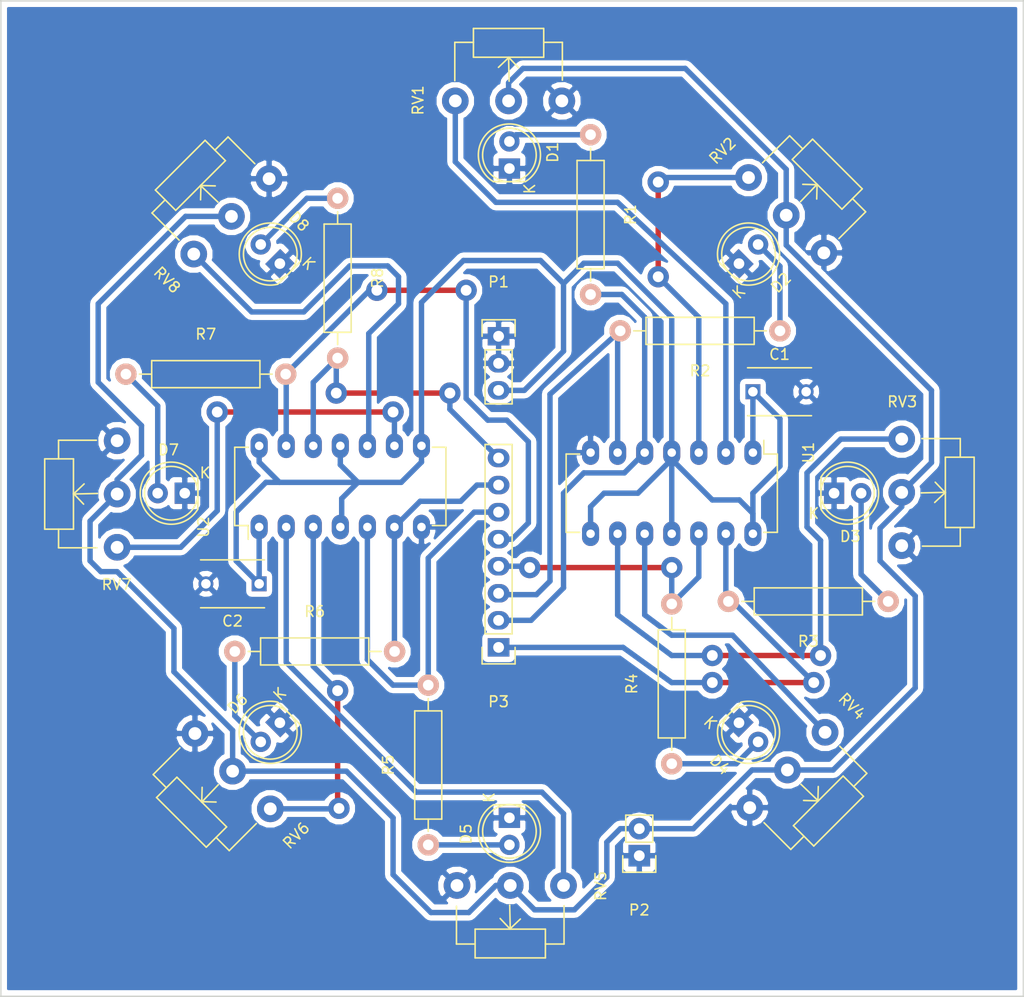
<source format=kicad_pcb>
(kicad_pcb (version 4) (host pcbnew 4.0.3-stable)

  (general
    (links 74)
    (no_connects 3)
    (area 79.172999 34.976999 175.335001 128.599001)
    (thickness 1.6)
    (drawings 4)
    (tracks 234)
    (zones 0)
    (modules 31)
    (nets 28)
  )

  (page A4)
  (layers
    (0 F.Cu signal)
    (31 B.Cu signal)
    (33 F.Adhes user)
    (35 F.Paste user)
    (37 F.SilkS user)
    (39 F.Mask user)
    (40 Dwgs.User user)
    (41 Cmts.User user)
    (42 Eco1.User user)
    (43 Eco2.User user)
    (44 Edge.Cuts user)
    (45 Margin user)
    (47 F.CrtYd user)
    (49 F.Fab user)
  )

  (setup
    (last_trace_width 0.508)
    (user_trace_width 0.508)
    (trace_clearance 0.2)
    (zone_clearance 0.508)
    (zone_45_only no)
    (trace_min 0.2)
    (segment_width 0.2)
    (edge_width 0.15)
    (via_size 0.6)
    (via_drill 0.4)
    (via_min_size 0.4)
    (via_min_drill 0.3)
    (user_via 1.99898 1.016)
    (uvia_size 0.3)
    (uvia_drill 0.1)
    (uvias_allowed no)
    (uvia_min_size 0.2)
    (uvia_min_drill 0.1)
    (pcb_text_width 0.3)
    (pcb_text_size 1.5 1.5)
    (mod_edge_width 0.15)
    (mod_text_size 1 1)
    (mod_text_width 0.15)
    (pad_size 1.99898 1.99898)
    (pad_drill 1.00076)
    (pad_to_mask_clearance 0.2)
    (aux_axis_origin 0 0)
    (visible_elements 7FFFF7FF)
    (pcbplotparams
      (layerselection 0x00030_80000001)
      (usegerberextensions false)
      (excludeedgelayer true)
      (linewidth 0.100000)
      (plotframeref false)
      (viasonmask false)
      (mode 1)
      (useauxorigin false)
      (hpglpennumber 1)
      (hpglpenspeed 20)
      (hpglpendiameter 15)
      (hpglpenoverlay 2)
      (psnegative false)
      (psa4output false)
      (plotreference true)
      (plotvalue true)
      (plotinvisibletext false)
      (padsonsilk false)
      (subtractmaskfromsilk false)
      (outputformat 1)
      (mirror false)
      (drillshape 1)
      (scaleselection 1)
      (outputdirectory ""))
  )

  (net 0 "")
  (net 1 GND)
  (net 2 "Net-(D1-Pad2)")
  (net 3 "Net-(D2-Pad2)")
  (net 4 "Net-(D3-Pad2)")
  (net 5 "Net-(D4-Pad2)")
  (net 6 "Net-(D5-Pad2)")
  (net 7 "Net-(D6-Pad2)")
  (net 8 "Net-(D7-Pad2)")
  (net 9 "Net-(D8-Pad2)")
  (net 10 +5V)
  (net 11 cvout)
  (net 12 "Net-(P3-Pad1)")
  (net 13 "Net-(P3-Pad2)")
  (net 14 "Net-(P3-Pad3)")
  (net 15 "Net-(P3-Pad4)")
  (net 16 "Net-(P3-Pad5)")
  (net 17 "Net-(P3-Pad6)")
  (net 18 "Net-(P3-Pad7)")
  (net 19 "Net-(P3-Pad8)")
  (net 20 "Net-(RV1-Pad1)")
  (net 21 "Net-(RV2-Pad1)")
  (net 22 "Net-(RV3-Pad1)")
  (net 23 "Net-(RV4-Pad1)")
  (net 24 "Net-(RV5-Pad1)")
  (net 25 "Net-(RV6-Pad1)")
  (net 26 "Net-(RV7-Pad1)")
  (net 27 "Net-(RV8-Pad1)")

  (net_class Default "Esta é a classe de net default."
    (clearance 0.2)
    (trace_width 0.25)
    (via_dia 0.6)
    (via_drill 0.4)
    (uvia_dia 0.3)
    (uvia_drill 0.1)
    (add_net +5V)
    (add_net GND)
    (add_net "Net-(D1-Pad2)")
    (add_net "Net-(D2-Pad2)")
    (add_net "Net-(D3-Pad2)")
    (add_net "Net-(D4-Pad2)")
    (add_net "Net-(D5-Pad2)")
    (add_net "Net-(D6-Pad2)")
    (add_net "Net-(D7-Pad2)")
    (add_net "Net-(D8-Pad2)")
    (add_net "Net-(P3-Pad1)")
    (add_net "Net-(P3-Pad2)")
    (add_net "Net-(P3-Pad3)")
    (add_net "Net-(P3-Pad4)")
    (add_net "Net-(P3-Pad5)")
    (add_net "Net-(P3-Pad6)")
    (add_net "Net-(P3-Pad7)")
    (add_net "Net-(P3-Pad8)")
    (add_net "Net-(RV1-Pad1)")
    (add_net "Net-(RV2-Pad1)")
    (add_net "Net-(RV3-Pad1)")
    (add_net "Net-(RV4-Pad1)")
    (add_net "Net-(RV5-Pad1)")
    (add_net "Net-(RV6-Pad1)")
    (add_net "Net-(RV7-Pad1)")
    (add_net "Net-(RV8-Pad1)")
    (add_net cvout)
  )

  (net_class pistas ""
    (clearance 0.381)
    (trace_width 0.508)
    (via_dia 1.651)
    (via_drill 1.016)
    (uvia_dia 0.3)
    (uvia_drill 0.1)
  )

  (module Potentiometers:Potentiometer_WirePads_largePads (layer F.Cu) (tedit 5873DFD5) (tstamp 5873E0AA)
    (at 149.45064 51.645155 45)
    (descr "Potentiometer, Wire Pads only, RevA, 30 July 2010,")
    (tags "Potentiometer, Wire Pads only, RevA, 30 July 2010,")
    (path /5829C622)
    (fp_text reference RV2 (at 0.0508 -3.49758 45) (layer F.SilkS)
      (effects (font (size 1 1) (thickness 0.15)))
    )
    (fp_text value 100k (at -1.34874 13.25118 45) (layer F.Fab)
      (effects (font (size 1 1) (thickness 0.15)))
    )
    (fp_line (start 5.4991 10.05078) (end 1.95072 10.05078) (layer F.SilkS) (width 0.15))
    (fp_line (start 5.4991 8.30072) (end 5.4991 10.05078) (layer F.SilkS) (width 0.15))
    (fp_line (start 5.4991 1.7018) (end 5.4991 -0.04826) (layer F.SilkS) (width 0.15))
    (fp_line (start 5.4991 -0.04826) (end 1.89992 -0.04826) (layer F.SilkS) (width 0.15))
    (fp_line (start 4.09956 5.00126) (end 1.84912 5.05206) (layer F.SilkS) (width 0.15))
    (fp_line (start 4.09956 5.00126) (end 3.0988 5.95122) (layer F.SilkS) (width 0.15))
    (fp_line (start 4.09956 5.05206) (end 3.1496 4.0513) (layer F.SilkS) (width 0.15))
    (fp_line (start 4.09956 1.7018) (end 6.79958 1.7018) (layer F.SilkS) (width 0.15))
    (fp_line (start 6.79958 1.7018) (end 6.79958 8.30072) (layer F.SilkS) (width 0.15))
    (fp_line (start 6.79958 8.30072) (end 4.09956 8.30072) (layer F.SilkS) (width 0.15))
    (fp_line (start 4.09956 8.30072) (end 4.09956 1.7018) (layer F.SilkS) (width 0.15))
    (pad 2 thru_hole circle (at 0 5.00126 45) (size 2.49936 2.49936) (drill 1.19888) (layers *.Cu *.Mask)
      (net 11 cvout))
    (pad 3 thru_hole circle (at 0 10.00252 45) (size 2.49936 2.49936) (drill 1.19888) (layers *.Cu *.Mask)
      (net 1 GND))
    (pad 1 thru_hole circle (at 0 0 45) (size 2.49936 2.49936) (drill 1.19888) (layers *.Cu *.Mask)
      (net 21 "Net-(RV2-Pad1)"))
  )

  (module Potentiometers:Potentiometer_WirePads_largePads (layer F.Cu) (tedit 5873DFF9) (tstamp 5873E099)
    (at 163.83 76.2)
    (descr "Potentiometer, Wire Pads only, RevA, 30 July 2010,")
    (tags "Potentiometer, Wire Pads only, RevA, 30 July 2010,")
    (path /5829C69C)
    (fp_text reference RV3 (at 0.0508 -3.49758) (layer F.SilkS)
      (effects (font (size 1 1) (thickness 0.15)))
    )
    (fp_text value 100k (at -1.34874 13.25118) (layer F.Fab)
      (effects (font (size 1 1) (thickness 0.15)))
    )
    (fp_line (start 5.4991 10.05078) (end 1.95072 10.05078) (layer F.SilkS) (width 0.15))
    (fp_line (start 5.4991 8.30072) (end 5.4991 10.05078) (layer F.SilkS) (width 0.15))
    (fp_line (start 5.4991 1.7018) (end 5.4991 -0.04826) (layer F.SilkS) (width 0.15))
    (fp_line (start 5.4991 -0.04826) (end 1.89992 -0.04826) (layer F.SilkS) (width 0.15))
    (fp_line (start 4.09956 5.00126) (end 1.84912 5.05206) (layer F.SilkS) (width 0.15))
    (fp_line (start 4.09956 5.00126) (end 3.0988 5.95122) (layer F.SilkS) (width 0.15))
    (fp_line (start 4.09956 5.05206) (end 3.1496 4.0513) (layer F.SilkS) (width 0.15))
    (fp_line (start 4.09956 1.7018) (end 6.79958 1.7018) (layer F.SilkS) (width 0.15))
    (fp_line (start 6.79958 1.7018) (end 6.79958 8.30072) (layer F.SilkS) (width 0.15))
    (fp_line (start 6.79958 8.30072) (end 4.09956 8.30072) (layer F.SilkS) (width 0.15))
    (fp_line (start 4.09956 8.30072) (end 4.09956 1.7018) (layer F.SilkS) (width 0.15))
    (pad 2 thru_hole circle (at 0 5.00126) (size 2.49936 2.49936) (drill 1.19888) (layers *.Cu *.Mask)
      (net 11 cvout))
    (pad 3 thru_hole circle (at 0 10.00252) (size 2.49936 2.49936) (drill 1.19888) (layers *.Cu *.Mask)
      (net 1 GND))
    (pad 1 thru_hole circle (at 0 0) (size 2.49936 2.49936) (drill 1.19888) (layers *.Cu *.Mask)
      (net 22 "Net-(RV3-Pad1)"))
  )

  (module Potentiometers:Potentiometer_WirePads_largePads (layer F.Cu) (tedit 5873E005) (tstamp 5873E088)
    (at 156.634845 103.73064 315)
    (descr "Potentiometer, Wire Pads only, RevA, 30 July 2010,")
    (tags "Potentiometer, Wire Pads only, RevA, 30 July 2010,")
    (path /5829C703)
    (fp_text reference RV4 (at 0.0508 -3.49758 315) (layer F.SilkS)
      (effects (font (size 1 1) (thickness 0.15)))
    )
    (fp_text value 100k (at -1.34874 13.25118 315) (layer F.Fab)
      (effects (font (size 1 1) (thickness 0.15)))
    )
    (fp_line (start 5.4991 10.05078) (end 1.95072 10.05078) (layer F.SilkS) (width 0.15))
    (fp_line (start 5.4991 8.30072) (end 5.4991 10.05078) (layer F.SilkS) (width 0.15))
    (fp_line (start 5.4991 1.7018) (end 5.4991 -0.04826) (layer F.SilkS) (width 0.15))
    (fp_line (start 5.4991 -0.04826) (end 1.89992 -0.04826) (layer F.SilkS) (width 0.15))
    (fp_line (start 4.09956 5.00126) (end 1.84912 5.05206) (layer F.SilkS) (width 0.15))
    (fp_line (start 4.09956 5.00126) (end 3.0988 5.95122) (layer F.SilkS) (width 0.15))
    (fp_line (start 4.09956 5.05206) (end 3.1496 4.0513) (layer F.SilkS) (width 0.15))
    (fp_line (start 4.09956 1.7018) (end 6.79958 1.7018) (layer F.SilkS) (width 0.15))
    (fp_line (start 6.79958 1.7018) (end 6.79958 8.30072) (layer F.SilkS) (width 0.15))
    (fp_line (start 6.79958 8.30072) (end 4.09956 8.30072) (layer F.SilkS) (width 0.15))
    (fp_line (start 4.09956 8.30072) (end 4.09956 1.7018) (layer F.SilkS) (width 0.15))
    (pad 2 thru_hole circle (at 0 5.00126 315) (size 2.49936 2.49936) (drill 1.19888) (layers *.Cu *.Mask)
      (net 11 cvout))
    (pad 3 thru_hole circle (at 0 10.00252 315) (size 2.49936 2.49936) (drill 1.19888) (layers *.Cu *.Mask)
      (net 1 GND))
    (pad 1 thru_hole circle (at 0 0 315) (size 2.49936 2.49936) (drill 1.19888) (layers *.Cu *.Mask)
      (net 23 "Net-(RV4-Pad1)"))
  )

  (module Potentiometers:Potentiometer_WirePads_largePads (layer F.Cu) (tedit 5873E015) (tstamp 5873E077)
    (at 132.08 118.11 270)
    (descr "Potentiometer, Wire Pads only, RevA, 30 July 2010,")
    (tags "Potentiometer, Wire Pads only, RevA, 30 July 2010,")
    (path /582A171B)
    (fp_text reference RV5 (at 0.0508 -3.49758 270) (layer F.SilkS)
      (effects (font (size 1 1) (thickness 0.15)))
    )
    (fp_text value 100k (at -1.34874 13.25118 270) (layer F.Fab)
      (effects (font (size 1 1) (thickness 0.15)))
    )
    (fp_line (start 5.4991 10.05078) (end 1.95072 10.05078) (layer F.SilkS) (width 0.15))
    (fp_line (start 5.4991 8.30072) (end 5.4991 10.05078) (layer F.SilkS) (width 0.15))
    (fp_line (start 5.4991 1.7018) (end 5.4991 -0.04826) (layer F.SilkS) (width 0.15))
    (fp_line (start 5.4991 -0.04826) (end 1.89992 -0.04826) (layer F.SilkS) (width 0.15))
    (fp_line (start 4.09956 5.00126) (end 1.84912 5.05206) (layer F.SilkS) (width 0.15))
    (fp_line (start 4.09956 5.00126) (end 3.0988 5.95122) (layer F.SilkS) (width 0.15))
    (fp_line (start 4.09956 5.05206) (end 3.1496 4.0513) (layer F.SilkS) (width 0.15))
    (fp_line (start 4.09956 1.7018) (end 6.79958 1.7018) (layer F.SilkS) (width 0.15))
    (fp_line (start 6.79958 1.7018) (end 6.79958 8.30072) (layer F.SilkS) (width 0.15))
    (fp_line (start 6.79958 8.30072) (end 4.09956 8.30072) (layer F.SilkS) (width 0.15))
    (fp_line (start 4.09956 8.30072) (end 4.09956 1.7018) (layer F.SilkS) (width 0.15))
    (pad 2 thru_hole circle (at 0 5.00126 270) (size 2.49936 2.49936) (drill 1.19888) (layers *.Cu *.Mask)
      (net 11 cvout))
    (pad 3 thru_hole circle (at 0 10.00252 270) (size 2.49936 2.49936) (drill 1.19888) (layers *.Cu *.Mask)
      (net 1 GND))
    (pad 1 thru_hole circle (at 0 0 270) (size 2.49936 2.49936) (drill 1.19888) (layers *.Cu *.Mask)
      (net 24 "Net-(RV5-Pad1)"))
  )

  (module Potentiometers:Potentiometer_WirePads_largePads (layer F.Cu) (tedit 5873E024) (tstamp 5873E066)
    (at 104.54936 110.914845 225)
    (descr "Potentiometer, Wire Pads only, RevA, 30 July 2010,")
    (tags "Potentiometer, Wire Pads only, RevA, 30 July 2010,")
    (path /582A17C3)
    (fp_text reference RV6 (at 0.0508 -3.49758 225) (layer F.SilkS)
      (effects (font (size 1 1) (thickness 0.15)))
    )
    (fp_text value 100k (at -1.34874 13.25118 225) (layer F.Fab)
      (effects (font (size 1 1) (thickness 0.15)))
    )
    (fp_line (start 5.4991 10.05078) (end 1.95072 10.05078) (layer F.SilkS) (width 0.15))
    (fp_line (start 5.4991 8.30072) (end 5.4991 10.05078) (layer F.SilkS) (width 0.15))
    (fp_line (start 5.4991 1.7018) (end 5.4991 -0.04826) (layer F.SilkS) (width 0.15))
    (fp_line (start 5.4991 -0.04826) (end 1.89992 -0.04826) (layer F.SilkS) (width 0.15))
    (fp_line (start 4.09956 5.00126) (end 1.84912 5.05206) (layer F.SilkS) (width 0.15))
    (fp_line (start 4.09956 5.00126) (end 3.0988 5.95122) (layer F.SilkS) (width 0.15))
    (fp_line (start 4.09956 5.05206) (end 3.1496 4.0513) (layer F.SilkS) (width 0.15))
    (fp_line (start 4.09956 1.7018) (end 6.79958 1.7018) (layer F.SilkS) (width 0.15))
    (fp_line (start 6.79958 1.7018) (end 6.79958 8.30072) (layer F.SilkS) (width 0.15))
    (fp_line (start 6.79958 8.30072) (end 4.09956 8.30072) (layer F.SilkS) (width 0.15))
    (fp_line (start 4.09956 8.30072) (end 4.09956 1.7018) (layer F.SilkS) (width 0.15))
    (pad 2 thru_hole circle (at 0 5.00126 225) (size 2.49936 2.49936) (drill 1.19888) (layers *.Cu *.Mask)
      (net 11 cvout))
    (pad 3 thru_hole circle (at 0 10.00252 225) (size 2.49936 2.49936) (drill 1.19888) (layers *.Cu *.Mask)
      (net 1 GND))
    (pad 1 thru_hole circle (at 0 0 225) (size 2.49936 2.49936) (drill 1.19888) (layers *.Cu *.Mask)
      (net 25 "Net-(RV6-Pad1)"))
  )

  (module Potentiometers:Potentiometer_WirePads_largePads (layer F.Cu) (tedit 5873E030) (tstamp 5873E055)
    (at 90.17 86.36 180)
    (descr "Potentiometer, Wire Pads only, RevA, 30 July 2010,")
    (tags "Potentiometer, Wire Pads only, RevA, 30 July 2010,")
    (path /582A17C9)
    (fp_text reference RV7 (at 0.0508 -3.49758 180) (layer F.SilkS)
      (effects (font (size 1 1) (thickness 0.15)))
    )
    (fp_text value 100k (at -1.34874 13.25118 180) (layer F.Fab)
      (effects (font (size 1 1) (thickness 0.15)))
    )
    (fp_line (start 5.4991 10.05078) (end 1.95072 10.05078) (layer F.SilkS) (width 0.15))
    (fp_line (start 5.4991 8.30072) (end 5.4991 10.05078) (layer F.SilkS) (width 0.15))
    (fp_line (start 5.4991 1.7018) (end 5.4991 -0.04826) (layer F.SilkS) (width 0.15))
    (fp_line (start 5.4991 -0.04826) (end 1.89992 -0.04826) (layer F.SilkS) (width 0.15))
    (fp_line (start 4.09956 5.00126) (end 1.84912 5.05206) (layer F.SilkS) (width 0.15))
    (fp_line (start 4.09956 5.00126) (end 3.0988 5.95122) (layer F.SilkS) (width 0.15))
    (fp_line (start 4.09956 5.05206) (end 3.1496 4.0513) (layer F.SilkS) (width 0.15))
    (fp_line (start 4.09956 1.7018) (end 6.79958 1.7018) (layer F.SilkS) (width 0.15))
    (fp_line (start 6.79958 1.7018) (end 6.79958 8.30072) (layer F.SilkS) (width 0.15))
    (fp_line (start 6.79958 8.30072) (end 4.09956 8.30072) (layer F.SilkS) (width 0.15))
    (fp_line (start 4.09956 8.30072) (end 4.09956 1.7018) (layer F.SilkS) (width 0.15))
    (pad 2 thru_hole circle (at 0 5.00126 180) (size 2.49936 2.49936) (drill 1.19888) (layers *.Cu *.Mask)
      (net 11 cvout))
    (pad 3 thru_hole circle (at 0 10.00252 180) (size 2.49936 2.49936) (drill 1.19888) (layers *.Cu *.Mask)
      (net 1 GND))
    (pad 1 thru_hole circle (at 0 0 180) (size 2.49936 2.49936) (drill 1.19888) (layers *.Cu *.Mask)
      (net 26 "Net-(RV7-Pad1)"))
  )

  (module Potentiometers:Potentiometer_WirePads_largePads (layer F.Cu) (tedit 5873E03D) (tstamp 5873E044)
    (at 97.365155 58.82936 135)
    (descr "Potentiometer, Wire Pads only, RevA, 30 July 2010,")
    (tags "Potentiometer, Wire Pads only, RevA, 30 July 2010,")
    (path /582A17CF)
    (fp_text reference RV8 (at 0.0508 -3.49758 135) (layer F.SilkS)
      (effects (font (size 1 1) (thickness 0.15)))
    )
    (fp_text value 100k (at -1.34874 13.25118 135) (layer F.Fab)
      (effects (font (size 1 1) (thickness 0.15)))
    )
    (fp_line (start 5.4991 10.05078) (end 1.95072 10.05078) (layer F.SilkS) (width 0.15))
    (fp_line (start 5.4991 8.30072) (end 5.4991 10.05078) (layer F.SilkS) (width 0.15))
    (fp_line (start 5.4991 1.7018) (end 5.4991 -0.04826) (layer F.SilkS) (width 0.15))
    (fp_line (start 5.4991 -0.04826) (end 1.89992 -0.04826) (layer F.SilkS) (width 0.15))
    (fp_line (start 4.09956 5.00126) (end 1.84912 5.05206) (layer F.SilkS) (width 0.15))
    (fp_line (start 4.09956 5.00126) (end 3.0988 5.95122) (layer F.SilkS) (width 0.15))
    (fp_line (start 4.09956 5.05206) (end 3.1496 4.0513) (layer F.SilkS) (width 0.15))
    (fp_line (start 4.09956 1.7018) (end 6.79958 1.7018) (layer F.SilkS) (width 0.15))
    (fp_line (start 6.79958 1.7018) (end 6.79958 8.30072) (layer F.SilkS) (width 0.15))
    (fp_line (start 6.79958 8.30072) (end 4.09956 8.30072) (layer F.SilkS) (width 0.15))
    (fp_line (start 4.09956 8.30072) (end 4.09956 1.7018) (layer F.SilkS) (width 0.15))
    (pad 2 thru_hole circle (at 0 5.00126 135) (size 2.49936 2.49936) (drill 1.19888) (layers *.Cu *.Mask)
      (net 11 cvout))
    (pad 3 thru_hole circle (at 0 10.00252 135) (size 2.49936 2.49936) (drill 1.19888) (layers *.Cu *.Mask)
      (net 1 GND))
    (pad 1 thru_hole circle (at 0 0 135) (size 2.49936 2.49936) (drill 1.19888) (layers *.Cu *.Mask)
      (net 27 "Net-(RV8-Pad1)"))
  )

  (module LEDs:LED-5MM locked (layer F.Cu) (tedit 5873DCBB) (tstamp 5873DD08)
    (at 148.552615 59.727385 45)
    (descr "LED 5mm round vertical")
    (tags "LED 5mm round vertical")
    (path /58298800)
    (fp_text reference D2 (at 1.524 4.064 45) (layer F.SilkS)
      (effects (font (size 1 1) (thickness 0.15)))
    )
    (fp_text value LED (at 1.524 -3.937 45) (layer F.Fab)
      (effects (font (size 1 1) (thickness 0.15)))
    )
    (fp_line (start -1.5 -1.55) (end -1.5 1.55) (layer F.CrtYd) (width 0.05))
    (fp_arc (start 1.3 0) (end -1.5 1.55) (angle -302) (layer F.CrtYd) (width 0.05))
    (fp_arc (start 1.27 0) (end -1.23 -1.5) (angle 297.5) (layer F.SilkS) (width 0.15))
    (fp_line (start -1.23 1.5) (end -1.23 -1.5) (layer F.SilkS) (width 0.15))
    (fp_circle (center 1.27 0) (end 0.97 -2.5) (layer F.SilkS) (width 0.15))
    (fp_text user K (at -1.905 1.905 45) (layer F.SilkS)
      (effects (font (size 1 1) (thickness 0.15)))
    )
    (pad 1 thru_hole rect (at 0 0 135) (size 2 1.9) (drill 1.00076) (layers *.Cu *.Mask)
      (net 1 GND))
    (pad 2 thru_hole circle (at 2.54 0 45) (size 1.9 1.9) (drill 1.00076) (layers *.Cu *.Mask)
      (net 3 "Net-(D2-Pad2)"))
    (model LEDs.3dshapes/LED-5MM.wrl
      (at (xyz 0.05 0 0))
      (scale (xyz 1 1 1))
      (rotate (xyz 0 0 90))
    )
  )

  (module LEDs:LED-5MM locked (layer F.Cu) (tedit 5873DD13) (tstamp 5873DCFD)
    (at 157.48 81.28)
    (descr "LED 5mm round vertical")
    (tags "LED 5mm round vertical")
    (path /58298B10)
    (fp_text reference D3 (at 1.524 4.064) (layer F.SilkS)
      (effects (font (size 1 1) (thickness 0.15)))
    )
    (fp_text value LED (at 1.524 -3.937) (layer F.Fab)
      (effects (font (size 1 1) (thickness 0.15)))
    )
    (fp_line (start -1.5 -1.55) (end -1.5 1.55) (layer F.CrtYd) (width 0.05))
    (fp_arc (start 1.3 0) (end -1.5 1.55) (angle -302) (layer F.CrtYd) (width 0.05))
    (fp_arc (start 1.27 0) (end -1.23 -1.5) (angle 297.5) (layer F.SilkS) (width 0.15))
    (fp_line (start -1.23 1.5) (end -1.23 -1.5) (layer F.SilkS) (width 0.15))
    (fp_circle (center 1.27 0) (end 0.97 -2.5) (layer F.SilkS) (width 0.15))
    (fp_text user K (at -1.905 1.905) (layer F.SilkS)
      (effects (font (size 1 1) (thickness 0.15)))
    )
    (pad 1 thru_hole rect (at 0 0 90) (size 2 1.9) (drill 1.00076) (layers *.Cu *.Mask)
      (net 1 GND))
    (pad 2 thru_hole circle (at 2.54 0) (size 1.9 1.9) (drill 1.00076) (layers *.Cu *.Mask)
      (net 4 "Net-(D3-Pad2)"))
    (model LEDs.3dshapes/LED-5MM.wrl
      (at (xyz 0.05 0 0))
      (scale (xyz 1 1 1))
      (rotate (xyz 0 0 90))
    )
  )

  (module LEDs:LED-5MM locked (layer F.Cu) (tedit 5873DD1A) (tstamp 5873DCF2)
    (at 148.552615 102.832615 315)
    (descr "LED 5mm round vertical")
    (tags "LED 5mm round vertical")
    (path /58298B1D)
    (fp_text reference D4 (at 1.524 4.064 315) (layer F.SilkS)
      (effects (font (size 1 1) (thickness 0.15)))
    )
    (fp_text value LED (at 1.524 -3.937 315) (layer F.Fab)
      (effects (font (size 1 1) (thickness 0.15)))
    )
    (fp_line (start -1.5 -1.55) (end -1.5 1.55) (layer F.CrtYd) (width 0.05))
    (fp_arc (start 1.3 0) (end -1.5 1.55) (angle -302) (layer F.CrtYd) (width 0.05))
    (fp_arc (start 1.27 0) (end -1.23 -1.5) (angle 297.5) (layer F.SilkS) (width 0.15))
    (fp_line (start -1.23 1.5) (end -1.23 -1.5) (layer F.SilkS) (width 0.15))
    (fp_circle (center 1.27 0) (end 0.97 -2.5) (layer F.SilkS) (width 0.15))
    (fp_text user K (at -1.905 1.905 315) (layer F.SilkS)
      (effects (font (size 1 1) (thickness 0.15)))
    )
    (pad 1 thru_hole rect (at 0 0 45) (size 2 1.9) (drill 1.00076) (layers *.Cu *.Mask)
      (net 1 GND))
    (pad 2 thru_hole circle (at 2.54 0 315) (size 1.9 1.9) (drill 1.00076) (layers *.Cu *.Mask)
      (net 5 "Net-(D4-Pad2)"))
    (model LEDs.3dshapes/LED-5MM.wrl
      (at (xyz 0.05 0 0))
      (scale (xyz 1 1 1))
      (rotate (xyz 0 0 90))
    )
  )

  (module LEDs:LED-5MM locked (layer F.Cu) (tedit 5873DD46) (tstamp 5873DCE7)
    (at 127 111.76 270)
    (descr "LED 5mm round vertical")
    (tags "LED 5mm round vertical")
    (path /582B635E)
    (fp_text reference D5 (at 1.524 4.064 270) (layer F.SilkS)
      (effects (font (size 1 1) (thickness 0.15)))
    )
    (fp_text value LED (at 1.524 -3.937 270) (layer F.Fab)
      (effects (font (size 1 1) (thickness 0.15)))
    )
    (fp_line (start -1.5 -1.55) (end -1.5 1.55) (layer F.CrtYd) (width 0.05))
    (fp_arc (start 1.3 0) (end -1.5 1.55) (angle -302) (layer F.CrtYd) (width 0.05))
    (fp_arc (start 1.27 0) (end -1.23 -1.5) (angle 297.5) (layer F.SilkS) (width 0.15))
    (fp_line (start -1.23 1.5) (end -1.23 -1.5) (layer F.SilkS) (width 0.15))
    (fp_circle (center 1.27 0) (end 0.97 -2.5) (layer F.SilkS) (width 0.15))
    (fp_text user K (at -1.905 1.905 270) (layer F.SilkS)
      (effects (font (size 1 1) (thickness 0.15)))
    )
    (pad 1 thru_hole rect (at 0 0) (size 2 1.9) (drill 1.00076) (layers *.Cu *.Mask)
      (net 1 GND))
    (pad 2 thru_hole circle (at 2.54 0 270) (size 1.9 1.9) (drill 1.00076) (layers *.Cu *.Mask)
      (net 6 "Net-(D5-Pad2)"))
    (model LEDs.3dshapes/LED-5MM.wrl
      (at (xyz 0.05 0 0))
      (scale (xyz 1 1 1))
      (rotate (xyz 0 0 90))
    )
  )

  (module LEDs:LED-5MM locked (layer F.Cu) (tedit 5873DD4E) (tstamp 5873DCDC)
    (at 105.447385 102.832615 225)
    (descr "LED 5mm round vertical")
    (tags "LED 5mm round vertical")
    (path /582B634B)
    (fp_text reference D6 (at 1.524 4.064 225) (layer F.SilkS)
      (effects (font (size 1 1) (thickness 0.15)))
    )
    (fp_text value LED (at 1.524 -3.937 225) (layer F.Fab)
      (effects (font (size 1 1) (thickness 0.15)))
    )
    (fp_line (start -1.5 -1.55) (end -1.5 1.55) (layer F.CrtYd) (width 0.05))
    (fp_arc (start 1.3 0) (end -1.5 1.55) (angle -302) (layer F.CrtYd) (width 0.05))
    (fp_arc (start 1.27 0) (end -1.23 -1.5) (angle 297.5) (layer F.SilkS) (width 0.15))
    (fp_line (start -1.23 1.5) (end -1.23 -1.5) (layer F.SilkS) (width 0.15))
    (fp_circle (center 1.27 0) (end 0.97 -2.5) (layer F.SilkS) (width 0.15))
    (fp_text user K (at -1.905 1.905 225) (layer F.SilkS)
      (effects (font (size 1 1) (thickness 0.15)))
    )
    (pad 1 thru_hole rect (at 0 0 315) (size 2 1.9) (drill 1.00076) (layers *.Cu *.Mask)
      (net 1 GND))
    (pad 2 thru_hole circle (at 2.54 0 225) (size 1.9 1.9) (drill 1.00076) (layers *.Cu *.Mask)
      (net 7 "Net-(D6-Pad2)"))
    (model LEDs.3dshapes/LED-5MM.wrl
      (at (xyz 0.05 0 0))
      (scale (xyz 1 1 1))
      (rotate (xyz 0 0 90))
    )
  )

  (module LEDs:LED-5MM (layer F.Cu) (tedit 5873DD56) (tstamp 5873DCD1)
    (at 96.52 81.28 180)
    (descr "LED 5mm round vertical")
    (tags "LED 5mm round vertical")
    (path /582B9549)
    (fp_text reference D7 (at 1.524 4.064 180) (layer F.SilkS)
      (effects (font (size 1 1) (thickness 0.15)))
    )
    (fp_text value LED (at 1.524 -3.937 180) (layer F.Fab)
      (effects (font (size 1 1) (thickness 0.15)))
    )
    (fp_line (start -1.5 -1.55) (end -1.5 1.55) (layer F.CrtYd) (width 0.05))
    (fp_arc (start 1.3 0) (end -1.5 1.55) (angle -302) (layer F.CrtYd) (width 0.05))
    (fp_arc (start 1.27 0) (end -1.23 -1.5) (angle 297.5) (layer F.SilkS) (width 0.15))
    (fp_line (start -1.23 1.5) (end -1.23 -1.5) (layer F.SilkS) (width 0.15))
    (fp_circle (center 1.27 0) (end 0.97 -2.5) (layer F.SilkS) (width 0.15))
    (fp_text user K (at -1.905 1.905 180) (layer F.SilkS)
      (effects (font (size 1 1) (thickness 0.15)))
    )
    (pad 1 thru_hole rect (at 0 0 270) (size 2 1.9) (drill 1.00076) (layers *.Cu *.Mask)
      (net 1 GND))
    (pad 2 thru_hole circle (at 2.54 0 180) (size 1.9 1.9) (drill 1.00076) (layers *.Cu *.Mask)
      (net 8 "Net-(D7-Pad2)"))
    (model LEDs.3dshapes/LED-5MM.wrl
      (at (xyz 0.05 0 0))
      (scale (xyz 1 1 1))
      (rotate (xyz 0 0 90))
    )
  )

  (module LEDs:LED-5MM locked (layer F.Cu) (tedit 5873DD5F) (tstamp 5873DCC6)
    (at 105.447385 59.727385 135)
    (descr "LED 5mm round vertical")
    (tags "LED 5mm round vertical")
    (path /582B9555)
    (fp_text reference D8 (at 1.524 4.064 135) (layer F.SilkS)
      (effects (font (size 1 1) (thickness 0.15)))
    )
    (fp_text value LED (at 1.524 -3.937 135) (layer F.Fab)
      (effects (font (size 1 1) (thickness 0.15)))
    )
    (fp_line (start -1.5 -1.55) (end -1.5 1.55) (layer F.CrtYd) (width 0.05))
    (fp_arc (start 1.3 0) (end -1.5 1.55) (angle -302) (layer F.CrtYd) (width 0.05))
    (fp_arc (start 1.27 0) (end -1.23 -1.5) (angle 297.5) (layer F.SilkS) (width 0.15))
    (fp_line (start -1.23 1.5) (end -1.23 -1.5) (layer F.SilkS) (width 0.15))
    (fp_circle (center 1.27 0) (end 0.97 -2.5) (layer F.SilkS) (width 0.15))
    (fp_text user K (at -1.905 1.905 135) (layer F.SilkS)
      (effects (font (size 1 1) (thickness 0.15)))
    )
    (pad 1 thru_hole rect (at 0 0 225) (size 2 1.9) (drill 1.00076) (layers *.Cu *.Mask)
      (net 1 GND))
    (pad 2 thru_hole circle (at 2.54 0 135) (size 1.9 1.9) (drill 1.00076) (layers *.Cu *.Mask)
      (net 9 "Net-(D8-Pad2)"))
    (model LEDs.3dshapes/LED-5MM.wrl
      (at (xyz 0.05 0 0))
      (scale (xyz 1 1 1))
      (rotate (xyz 0 0 90))
    )
  )

  (module Housings_DIP:DIP-14_W7.62mm_LongPads (layer F.Cu) (tedit 54130A77) (tstamp 582CA42F)
    (at 103.505 84.455 90)
    (descr "14-lead dip package, row spacing 7.62 mm (300 mils), longer pads")
    (tags "dil dip 2.54 300")
    (path /582BEFDD)
    (fp_text reference U2 (at 0 -5.22 90) (layer F.SilkS)
      (effects (font (size 1 1) (thickness 0.15)))
    )
    (fp_text value cd4016 (at 0 -3.72 90) (layer F.Fab)
      (effects (font (size 1 1) (thickness 0.15)))
    )
    (fp_line (start -1.4 -2.45) (end -1.4 17.7) (layer F.CrtYd) (width 0.05))
    (fp_line (start 9 -2.45) (end 9 17.7) (layer F.CrtYd) (width 0.05))
    (fp_line (start -1.4 -2.45) (end 9 -2.45) (layer F.CrtYd) (width 0.05))
    (fp_line (start -1.4 17.7) (end 9 17.7) (layer F.CrtYd) (width 0.05))
    (fp_line (start 0.135 -2.295) (end 0.135 -1.025) (layer F.SilkS) (width 0.15))
    (fp_line (start 7.485 -2.295) (end 7.485 -1.025) (layer F.SilkS) (width 0.15))
    (fp_line (start 7.485 17.535) (end 7.485 16.265) (layer F.SilkS) (width 0.15))
    (fp_line (start 0.135 17.535) (end 0.135 16.265) (layer F.SilkS) (width 0.15))
    (fp_line (start 0.135 -2.295) (end 7.485 -2.295) (layer F.SilkS) (width 0.15))
    (fp_line (start 0.135 17.535) (end 7.485 17.535) (layer F.SilkS) (width 0.15))
    (fp_line (start 0.135 -1.025) (end -1.15 -1.025) (layer F.SilkS) (width 0.15))
    (pad 1 thru_hole oval (at 0 0 90) (size 2.3 1.6) (drill 0.8) (layers *.Cu *.Mask)
      (net 10 +5V))
    (pad 2 thru_hole oval (at 0 2.54 90) (size 2.3 1.6) (drill 0.8) (layers *.Cu *.Mask)
      (net 24 "Net-(RV5-Pad1)"))
    (pad 3 thru_hole oval (at 0 5.08 90) (size 2.3 1.6) (drill 0.8) (layers *.Cu *.Mask)
      (net 25 "Net-(RV6-Pad1)"))
    (pad 4 thru_hole oval (at 0 7.62 90) (size 2.3 1.6) (drill 0.8) (layers *.Cu *.Mask)
      (net 10 +5V))
    (pad 5 thru_hole oval (at 0 10.16 90) (size 2.3 1.6) (drill 0.8) (layers *.Cu *.Mask)
      (net 17 "Net-(P3-Pad6)"))
    (pad 6 thru_hole oval (at 0 12.7 90) (size 2.3 1.6) (drill 0.8) (layers *.Cu *.Mask)
      (net 18 "Net-(P3-Pad7)"))
    (pad 7 thru_hole oval (at 0 15.24 90) (size 2.3 1.6) (drill 0.8) (layers *.Cu *.Mask)
      (net 1 GND))
    (pad 8 thru_hole oval (at 7.62 15.24 90) (size 2.3 1.6) (drill 0.8) (layers *.Cu *.Mask)
      (net 10 +5V))
    (pad 9 thru_hole oval (at 7.62 12.7 90) (size 2.3 1.6) (drill 0.8) (layers *.Cu *.Mask)
      (net 26 "Net-(RV7-Pad1)"))
    (pad 10 thru_hole oval (at 7.62 10.16 90) (size 2.3 1.6) (drill 0.8) (layers *.Cu *.Mask)
      (net 27 "Net-(RV8-Pad1)"))
    (pad 11 thru_hole oval (at 7.62 7.62 90) (size 2.3 1.6) (drill 0.8) (layers *.Cu *.Mask)
      (net 10 +5V))
    (pad 12 thru_hole oval (at 7.62 5.08 90) (size 2.3 1.6) (drill 0.8) (layers *.Cu *.Mask)
      (net 19 "Net-(P3-Pad8)"))
    (pad 13 thru_hole oval (at 7.62 2.54 90) (size 2.3 1.6) (drill 0.8) (layers *.Cu *.Mask)
      (net 16 "Net-(P3-Pad5)"))
    (pad 14 thru_hole oval (at 7.62 0 90) (size 2.3 1.6) (drill 0.8) (layers *.Cu *.Mask)
      (net 10 +5V))
    (model Housings_DIP.3dshapes/DIP-14_W7.62mm_LongPads.wrl
      (at (xyz 0 0 0))
      (scale (xyz 1 1 1))
      (rotate (xyz 0 0 0))
    )
  )

  (module LEDs:LED-5MM locked (layer F.Cu) (tedit 5570F7EA) (tstamp 582CA257)
    (at 127 50.8 90)
    (descr "LED 5mm round vertical")
    (tags "LED 5mm round vertical")
    (path /5829880D)
    (fp_text reference D1 (at 1.524 4.064 90) (layer F.SilkS)
      (effects (font (size 1 1) (thickness 0.15)))
    )
    (fp_text value LED (at 1.524 -3.937 90) (layer F.Fab)
      (effects (font (size 1 1) (thickness 0.15)))
    )
    (fp_line (start -1.5 -1.55) (end -1.5 1.55) (layer F.CrtYd) (width 0.05))
    (fp_arc (start 1.3 0) (end -1.5 1.55) (angle -302) (layer F.CrtYd) (width 0.05))
    (fp_arc (start 1.27 0) (end -1.23 -1.5) (angle 297.5) (layer F.SilkS) (width 0.15))
    (fp_line (start -1.23 1.5) (end -1.23 -1.5) (layer F.SilkS) (width 0.15))
    (fp_circle (center 1.27 0) (end 0.97 -2.5) (layer F.SilkS) (width 0.15))
    (fp_text user K (at -1.905 1.905 90) (layer F.SilkS)
      (effects (font (size 1 1) (thickness 0.15)))
    )
    (pad 1 thru_hole rect (at 0 0 180) (size 2 1.9) (drill 1.00076) (layers *.Cu *.Mask)
      (net 1 GND))
    (pad 2 thru_hole circle (at 2.54 0 90) (size 1.9 1.9) (drill 1.00076) (layers *.Cu *.Mask)
      (net 2 "Net-(D1-Pad2)"))
    (model LEDs.3dshapes/LED-5MM.wrl
      (at (xyz 0.05 0 0))
      (scale (xyz 1 1 1))
      (rotate (xyz 0 0 90))
    )
  )

  (module Pin_Headers:Pin_Header_Straight_1x03 (layer F.Cu) (tedit 0) (tstamp 582CA2BD)
    (at 125.984 66.548)
    (descr "Through hole pin header")
    (tags "pin header")
    (path /582A36CF)
    (fp_text reference P1 (at 0 -5.1) (layer F.SilkS)
      (effects (font (size 1 1) (thickness 0.15)))
    )
    (fp_text value CONN_01X03 (at 0 -3.1) (layer F.Fab)
      (effects (font (size 1 1) (thickness 0.15)))
    )
    (fp_line (start -1.75 -1.75) (end -1.75 6.85) (layer F.CrtYd) (width 0.05))
    (fp_line (start 1.75 -1.75) (end 1.75 6.85) (layer F.CrtYd) (width 0.05))
    (fp_line (start -1.75 -1.75) (end 1.75 -1.75) (layer F.CrtYd) (width 0.05))
    (fp_line (start -1.75 6.85) (end 1.75 6.85) (layer F.CrtYd) (width 0.05))
    (fp_line (start -1.27 1.27) (end -1.27 6.35) (layer F.SilkS) (width 0.15))
    (fp_line (start -1.27 6.35) (end 1.27 6.35) (layer F.SilkS) (width 0.15))
    (fp_line (start 1.27 6.35) (end 1.27 1.27) (layer F.SilkS) (width 0.15))
    (fp_line (start 1.55 -1.55) (end 1.55 0) (layer F.SilkS) (width 0.15))
    (fp_line (start 1.27 1.27) (end -1.27 1.27) (layer F.SilkS) (width 0.15))
    (fp_line (start -1.55 0) (end -1.55 -1.55) (layer F.SilkS) (width 0.15))
    (fp_line (start -1.55 -1.55) (end 1.55 -1.55) (layer F.SilkS) (width 0.15))
    (pad 1 thru_hole rect (at 0 0) (size 2.032 1.7272) (drill 1.016) (layers *.Cu *.Mask)
      (net 1 GND))
    (pad 2 thru_hole oval (at 0 2.54) (size 2.032 1.7272) (drill 1.016) (layers *.Cu *.Mask)
      (net 1 GND))
    (pad 3 thru_hole oval (at 0 5.08) (size 2.032 1.7272) (drill 1.016) (layers *.Cu *.Mask)
      (net 10 +5V))
    (model Pin_Headers.3dshapes/Pin_Header_Straight_1x03.wrl
      (at (xyz 0 -0.1 0))
      (scale (xyz 1 1 1))
      (rotate (xyz 0 0 90))
    )
  )

  (module Pin_Headers:Pin_Header_Straight_1x02 (layer F.Cu) (tedit 54EA090C) (tstamp 582CA2CE)
    (at 139.192 115.316 180)
    (descr "Through hole pin header")
    (tags "pin header")
    (path /582A60B9)
    (fp_text reference P2 (at 0 -5.1 180) (layer F.SilkS)
      (effects (font (size 1 1) (thickness 0.15)))
    )
    (fp_text value CONN_01X02 (at 0 -3.1 180) (layer F.Fab)
      (effects (font (size 1 1) (thickness 0.15)))
    )
    (fp_line (start 1.27 1.27) (end 1.27 3.81) (layer F.SilkS) (width 0.15))
    (fp_line (start 1.55 -1.55) (end 1.55 0) (layer F.SilkS) (width 0.15))
    (fp_line (start -1.75 -1.75) (end -1.75 4.3) (layer F.CrtYd) (width 0.05))
    (fp_line (start 1.75 -1.75) (end 1.75 4.3) (layer F.CrtYd) (width 0.05))
    (fp_line (start -1.75 -1.75) (end 1.75 -1.75) (layer F.CrtYd) (width 0.05))
    (fp_line (start -1.75 4.3) (end 1.75 4.3) (layer F.CrtYd) (width 0.05))
    (fp_line (start 1.27 1.27) (end -1.27 1.27) (layer F.SilkS) (width 0.15))
    (fp_line (start -1.55 0) (end -1.55 -1.55) (layer F.SilkS) (width 0.15))
    (fp_line (start -1.55 -1.55) (end 1.55 -1.55) (layer F.SilkS) (width 0.15))
    (fp_line (start -1.27 1.27) (end -1.27 3.81) (layer F.SilkS) (width 0.15))
    (fp_line (start -1.27 3.81) (end 1.27 3.81) (layer F.SilkS) (width 0.15))
    (pad 1 thru_hole rect (at 0 0 180) (size 2.032 2.032) (drill 1.016) (layers *.Cu *.Mask)
      (net 1 GND))
    (pad 2 thru_hole oval (at 0 2.54 180) (size 2.032 2.032) (drill 1.016) (layers *.Cu *.Mask)
      (net 11 cvout))
    (model Pin_Headers.3dshapes/Pin_Header_Straight_1x02.wrl
      (at (xyz 0 -0.05 0))
      (scale (xyz 1 1 1))
      (rotate (xyz 0 0 90))
    )
  )

  (module Pin_Headers:Pin_Header_Straight_1x08 (layer F.Cu) (tedit 0) (tstamp 582CA2E5)
    (at 125.984 95.758 180)
    (descr "Through hole pin header")
    (tags "pin header")
    (path /5828DDC6)
    (fp_text reference P3 (at 0 -5.1 180) (layer F.SilkS)
      (effects (font (size 1 1) (thickness 0.15)))
    )
    (fp_text value CONN_01X08 (at 0 -3.1 180) (layer F.Fab)
      (effects (font (size 1 1) (thickness 0.15)))
    )
    (fp_line (start -1.75 -1.75) (end -1.75 19.55) (layer F.CrtYd) (width 0.05))
    (fp_line (start 1.75 -1.75) (end 1.75 19.55) (layer F.CrtYd) (width 0.05))
    (fp_line (start -1.75 -1.75) (end 1.75 -1.75) (layer F.CrtYd) (width 0.05))
    (fp_line (start -1.75 19.55) (end 1.75 19.55) (layer F.CrtYd) (width 0.05))
    (fp_line (start 1.27 1.27) (end 1.27 19.05) (layer F.SilkS) (width 0.15))
    (fp_line (start 1.27 19.05) (end -1.27 19.05) (layer F.SilkS) (width 0.15))
    (fp_line (start -1.27 19.05) (end -1.27 1.27) (layer F.SilkS) (width 0.15))
    (fp_line (start 1.55 -1.55) (end 1.55 0) (layer F.SilkS) (width 0.15))
    (fp_line (start 1.27 1.27) (end -1.27 1.27) (layer F.SilkS) (width 0.15))
    (fp_line (start -1.55 0) (end -1.55 -1.55) (layer F.SilkS) (width 0.15))
    (fp_line (start -1.55 -1.55) (end 1.55 -1.55) (layer F.SilkS) (width 0.15))
    (pad 1 thru_hole rect (at 0 0 180) (size 2.032 1.7272) (drill 1.016) (layers *.Cu *.Mask)
      (net 12 "Net-(P3-Pad1)"))
    (pad 2 thru_hole oval (at 0 2.54 180) (size 2.032 1.7272) (drill 1.016) (layers *.Cu *.Mask)
      (net 13 "Net-(P3-Pad2)"))
    (pad 3 thru_hole oval (at 0 5.08 180) (size 2.032 1.7272) (drill 1.016) (layers *.Cu *.Mask)
      (net 14 "Net-(P3-Pad3)"))
    (pad 4 thru_hole oval (at 0 7.62 180) (size 2.032 1.7272) (drill 1.016) (layers *.Cu *.Mask)
      (net 15 "Net-(P3-Pad4)"))
    (pad 5 thru_hole oval (at 0 10.16 180) (size 2.032 1.7272) (drill 1.016) (layers *.Cu *.Mask)
      (net 16 "Net-(P3-Pad5)"))
    (pad 6 thru_hole oval (at 0 12.7 180) (size 2.032 1.7272) (drill 1.016) (layers *.Cu *.Mask)
      (net 17 "Net-(P3-Pad6)"))
    (pad 7 thru_hole oval (at 0 15.24 180) (size 2.032 1.7272) (drill 1.016) (layers *.Cu *.Mask)
      (net 18 "Net-(P3-Pad7)"))
    (pad 8 thru_hole oval (at 0 17.78 180) (size 2.032 1.7272) (drill 1.016) (layers *.Cu *.Mask)
      (net 19 "Net-(P3-Pad8)"))
    (model Pin_Headers.3dshapes/Pin_Header_Straight_1x08.wrl
      (at (xyz 0 -0.35 0))
      (scale (xyz 1 1 1))
      (rotate (xyz 0 0 90))
    )
  )

  (module Resistors_ThroughHole:Resistor_Horizontal_RM15mm (layer F.Cu) (tedit 569FCEE8) (tstamp 582CA2F5)
    (at 134.62 47.625 270)
    (descr "Resistor, Axial, RM 15mm,")
    (tags "Resistor Axial RM 15mm")
    (path /58298813)
    (fp_text reference R1 (at 7.5 -3.74904 270) (layer F.SilkS)
      (effects (font (size 1 1) (thickness 0.15)))
    )
    (fp_text value 1,5k (at 7.5 4.0005 270) (layer F.Fab)
      (effects (font (size 1 1) (thickness 0.15)))
    )
    (fp_line (start -1.25 1.5) (end -1.25 -1.5) (layer F.CrtYd) (width 0.05))
    (fp_line (start -1.25 -1.5) (end 16.25 -1.5) (layer F.CrtYd) (width 0.05))
    (fp_line (start 16.25 -1.5) (end 16.25 1.5) (layer F.CrtYd) (width 0.05))
    (fp_line (start 16.25 1.5) (end -1.25 1.5) (layer F.CrtYd) (width 0.05))
    (fp_line (start 2.42 -1.27) (end 2.42 1.27) (layer F.SilkS) (width 0.15))
    (fp_line (start 2.42 1.27) (end 12.58 1.27) (layer F.SilkS) (width 0.15))
    (fp_line (start 12.58 1.27) (end 12.58 -1.27) (layer F.SilkS) (width 0.15))
    (fp_line (start 12.58 -1.27) (end 2.42 -1.27) (layer F.SilkS) (width 0.15))
    (fp_line (start 13.73 0) (end 12.58 0) (layer F.SilkS) (width 0.15))
    (fp_line (start 1.27 0) (end 2.42 0) (layer F.SilkS) (width 0.15))
    (pad 1 thru_hole circle (at 0 0 270) (size 1.99898 1.99898) (drill 1.00076) (layers *.Cu *.SilkS *.Mask)
      (net 2 "Net-(D1-Pad2)"))
    (pad 2 thru_hole circle (at 15 0 270) (size 1.99898 1.99898) (drill 1.00076) (layers *.Cu *.SilkS *.Mask)
      (net 13 "Net-(P3-Pad2)"))
    (model Resistors_ThroughHole.3dshapes/Resistor_Horizontal_RM15mm.wrl
      (at (xyz 0.295 0 0))
      (scale (xyz 0.395 0.4 0.4))
      (rotate (xyz 0 0 0))
    )
  )

  (module Resistors_ThroughHole:Resistor_Horizontal_RM15mm (layer F.Cu) (tedit 569FCEE8) (tstamp 582CA305)
    (at 152.4 66.04 180)
    (descr "Resistor, Axial, RM 15mm,")
    (tags "Resistor Axial RM 15mm")
    (path /58298806)
    (fp_text reference R2 (at 7.5 -3.74904 180) (layer F.SilkS)
      (effects (font (size 1 1) (thickness 0.15)))
    )
    (fp_text value 1,5k (at 7.5 4.0005 180) (layer F.Fab)
      (effects (font (size 1 1) (thickness 0.15)))
    )
    (fp_line (start -1.25 1.5) (end -1.25 -1.5) (layer F.CrtYd) (width 0.05))
    (fp_line (start -1.25 -1.5) (end 16.25 -1.5) (layer F.CrtYd) (width 0.05))
    (fp_line (start 16.25 -1.5) (end 16.25 1.5) (layer F.CrtYd) (width 0.05))
    (fp_line (start 16.25 1.5) (end -1.25 1.5) (layer F.CrtYd) (width 0.05))
    (fp_line (start 2.42 -1.27) (end 2.42 1.27) (layer F.SilkS) (width 0.15))
    (fp_line (start 2.42 1.27) (end 12.58 1.27) (layer F.SilkS) (width 0.15))
    (fp_line (start 12.58 1.27) (end 12.58 -1.27) (layer F.SilkS) (width 0.15))
    (fp_line (start 12.58 -1.27) (end 2.42 -1.27) (layer F.SilkS) (width 0.15))
    (fp_line (start 13.73 0) (end 12.58 0) (layer F.SilkS) (width 0.15))
    (fp_line (start 1.27 0) (end 2.42 0) (layer F.SilkS) (width 0.15))
    (pad 1 thru_hole circle (at 0 0 180) (size 1.99898 1.99898) (drill 1.00076) (layers *.Cu *.SilkS *.Mask)
      (net 3 "Net-(D2-Pad2)"))
    (pad 2 thru_hole circle (at 15 0 180) (size 1.99898 1.99898) (drill 1.00076) (layers *.Cu *.SilkS *.Mask)
      (net 14 "Net-(P3-Pad3)"))
    (model Resistors_ThroughHole.3dshapes/Resistor_Horizontal_RM15mm.wrl
      (at (xyz 0.295 0 0))
      (scale (xyz 0.395 0.4 0.4))
      (rotate (xyz 0 0 0))
    )
  )

  (module Resistors_ThroughHole:Resistor_Horizontal_RM15mm (layer F.Cu) (tedit 5873F4B2) (tstamp 582CA315)
    (at 162.56 91.44 180)
    (descr "Resistor, Axial, RM 15mm,")
    (tags "Resistor Axial RM 15mm")
    (path /58298B16)
    (fp_text reference R3 (at 7.5 -3.74904 180) (layer F.SilkS)
      (effects (font (size 1 1) (thickness 0.15)))
    )
    (fp_text value 1,5k (at 7.5 4.0005 180) (layer F.Fab)
      (effects (font (size 1 1) (thickness 0.15)))
    )
    (fp_line (start -1.25 1.5) (end -1.25 -1.5) (layer F.CrtYd) (width 0.05))
    (fp_line (start -1.25 -1.5) (end 16.25 -1.5) (layer F.CrtYd) (width 0.05))
    (fp_line (start 16.25 -1.5) (end 16.25 1.5) (layer F.CrtYd) (width 0.05))
    (fp_line (start 16.25 1.5) (end -1.25 1.5) (layer F.CrtYd) (width 0.05))
    (fp_line (start 2.42 -1.27) (end 2.42 1.27) (layer F.SilkS) (width 0.15))
    (fp_line (start 2.42 1.27) (end 12.58 1.27) (layer F.SilkS) (width 0.15))
    (fp_line (start 12.58 1.27) (end 12.58 -1.27) (layer F.SilkS) (width 0.15))
    (fp_line (start 12.58 -1.27) (end 2.42 -1.27) (layer F.SilkS) (width 0.15))
    (fp_line (start 13.73 0) (end 12.58 0) (layer F.SilkS) (width 0.15))
    (fp_line (start 1.27 0) (end 2.42 0) (layer F.SilkS) (width 0.15))
    (pad 1 thru_hole circle (at 0 0 180) (size 1.99898 1.99898) (drill 1.00076) (layers *.Cu *.SilkS *.Mask)
      (net 4 "Net-(D3-Pad2)"))
    (pad 2 thru_hole circle (at 15 0 180) (size 1.99898 1.99898) (drill 1.00076) (layers *.Cu *.SilkS *.Mask)
      (net 12 "Net-(P3-Pad1)"))
    (model Resistors_ThroughHole.3dshapes/Resistor_Horizontal_RM15mm.wrl
      (at (xyz 0.295 0 0))
      (scale (xyz 0.395 0.4 0.4))
      (rotate (xyz 0 0 0))
    )
  )

  (module Resistors_ThroughHole:Resistor_Horizontal_RM15mm (layer F.Cu) (tedit 569FCEE8) (tstamp 582CA325)
    (at 142.24 106.68 90)
    (descr "Resistor, Axial, RM 15mm,")
    (tags "Resistor Axial RM 15mm")
    (path /58298B23)
    (fp_text reference R4 (at 7.5 -3.74904 90) (layer F.SilkS)
      (effects (font (size 1 1) (thickness 0.15)))
    )
    (fp_text value 1,5k (at 7.5 4.0005 90) (layer F.Fab)
      (effects (font (size 1 1) (thickness 0.15)))
    )
    (fp_line (start -1.25 1.5) (end -1.25 -1.5) (layer F.CrtYd) (width 0.05))
    (fp_line (start -1.25 -1.5) (end 16.25 -1.5) (layer F.CrtYd) (width 0.05))
    (fp_line (start 16.25 -1.5) (end 16.25 1.5) (layer F.CrtYd) (width 0.05))
    (fp_line (start 16.25 1.5) (end -1.25 1.5) (layer F.CrtYd) (width 0.05))
    (fp_line (start 2.42 -1.27) (end 2.42 1.27) (layer F.SilkS) (width 0.15))
    (fp_line (start 2.42 1.27) (end 12.58 1.27) (layer F.SilkS) (width 0.15))
    (fp_line (start 12.58 1.27) (end 12.58 -1.27) (layer F.SilkS) (width 0.15))
    (fp_line (start 12.58 -1.27) (end 2.42 -1.27) (layer F.SilkS) (width 0.15))
    (fp_line (start 13.73 0) (end 12.58 0) (layer F.SilkS) (width 0.15))
    (fp_line (start 1.27 0) (end 2.42 0) (layer F.SilkS) (width 0.15))
    (pad 1 thru_hole circle (at 0 0 90) (size 1.99898 1.99898) (drill 1.00076) (layers *.Cu *.SilkS *.Mask)
      (net 5 "Net-(D4-Pad2)"))
    (pad 2 thru_hole circle (at 15 0 90) (size 1.99898 1.99898) (drill 1.00076) (layers *.Cu *.SilkS *.Mask)
      (net 15 "Net-(P3-Pad4)"))
    (model Resistors_ThroughHole.3dshapes/Resistor_Horizontal_RM15mm.wrl
      (at (xyz 0.295 0 0))
      (scale (xyz 0.395 0.4 0.4))
      (rotate (xyz 0 0 0))
    )
  )

  (module Resistors_ThroughHole:Resistor_Horizontal_RM15mm (layer F.Cu) (tedit 569FCEE8) (tstamp 582CA335)
    (at 119.38 114.3 90)
    (descr "Resistor, Axial, RM 15mm,")
    (tags "Resistor Axial RM 15mm")
    (path /582B6357)
    (fp_text reference R5 (at 7.5 -3.74904 90) (layer F.SilkS)
      (effects (font (size 1 1) (thickness 0.15)))
    )
    (fp_text value 1,5k (at 7.5 4.0005 90) (layer F.Fab)
      (effects (font (size 1 1) (thickness 0.15)))
    )
    (fp_line (start -1.25 1.5) (end -1.25 -1.5) (layer F.CrtYd) (width 0.05))
    (fp_line (start -1.25 -1.5) (end 16.25 -1.5) (layer F.CrtYd) (width 0.05))
    (fp_line (start 16.25 -1.5) (end 16.25 1.5) (layer F.CrtYd) (width 0.05))
    (fp_line (start 16.25 1.5) (end -1.25 1.5) (layer F.CrtYd) (width 0.05))
    (fp_line (start 2.42 -1.27) (end 2.42 1.27) (layer F.SilkS) (width 0.15))
    (fp_line (start 2.42 1.27) (end 12.58 1.27) (layer F.SilkS) (width 0.15))
    (fp_line (start 12.58 1.27) (end 12.58 -1.27) (layer F.SilkS) (width 0.15))
    (fp_line (start 12.58 -1.27) (end 2.42 -1.27) (layer F.SilkS) (width 0.15))
    (fp_line (start 13.73 0) (end 12.58 0) (layer F.SilkS) (width 0.15))
    (fp_line (start 1.27 0) (end 2.42 0) (layer F.SilkS) (width 0.15))
    (pad 1 thru_hole circle (at 0 0 90) (size 1.99898 1.99898) (drill 1.00076) (layers *.Cu *.SilkS *.Mask)
      (net 6 "Net-(D5-Pad2)"))
    (pad 2 thru_hole circle (at 15 0 90) (size 1.99898 1.99898) (drill 1.00076) (layers *.Cu *.SilkS *.Mask)
      (net 17 "Net-(P3-Pad6)"))
    (model Resistors_ThroughHole.3dshapes/Resistor_Horizontal_RM15mm.wrl
      (at (xyz 0.295 0 0))
      (scale (xyz 0.395 0.4 0.4))
      (rotate (xyz 0 0 0))
    )
  )

  (module Resistors_ThroughHole:Resistor_Horizontal_RM15mm (layer F.Cu) (tedit 569FCEE8) (tstamp 582CA345)
    (at 101.219 96.139)
    (descr "Resistor, Axial, RM 15mm,")
    (tags "Resistor Axial RM 15mm")
    (path /582B6351)
    (fp_text reference R6 (at 7.5 -3.74904) (layer F.SilkS)
      (effects (font (size 1 1) (thickness 0.15)))
    )
    (fp_text value 1,5k (at 7.5 4.0005) (layer F.Fab)
      (effects (font (size 1 1) (thickness 0.15)))
    )
    (fp_line (start -1.25 1.5) (end -1.25 -1.5) (layer F.CrtYd) (width 0.05))
    (fp_line (start -1.25 -1.5) (end 16.25 -1.5) (layer F.CrtYd) (width 0.05))
    (fp_line (start 16.25 -1.5) (end 16.25 1.5) (layer F.CrtYd) (width 0.05))
    (fp_line (start 16.25 1.5) (end -1.25 1.5) (layer F.CrtYd) (width 0.05))
    (fp_line (start 2.42 -1.27) (end 2.42 1.27) (layer F.SilkS) (width 0.15))
    (fp_line (start 2.42 1.27) (end 12.58 1.27) (layer F.SilkS) (width 0.15))
    (fp_line (start 12.58 1.27) (end 12.58 -1.27) (layer F.SilkS) (width 0.15))
    (fp_line (start 12.58 -1.27) (end 2.42 -1.27) (layer F.SilkS) (width 0.15))
    (fp_line (start 13.73 0) (end 12.58 0) (layer F.SilkS) (width 0.15))
    (fp_line (start 1.27 0) (end 2.42 0) (layer F.SilkS) (width 0.15))
    (pad 1 thru_hole circle (at 0 0) (size 1.99898 1.99898) (drill 1.00076) (layers *.Cu *.SilkS *.Mask)
      (net 7 "Net-(D6-Pad2)"))
    (pad 2 thru_hole circle (at 15 0) (size 1.99898 1.99898) (drill 1.00076) (layers *.Cu *.SilkS *.Mask)
      (net 18 "Net-(P3-Pad7)"))
    (model Resistors_ThroughHole.3dshapes/Resistor_Horizontal_RM15mm.wrl
      (at (xyz 0.295 0 0))
      (scale (xyz 0.395 0.4 0.4))
      (rotate (xyz 0 0 0))
    )
  )

  (module Resistors_ThroughHole:Resistor_Horizontal_RM15mm (layer F.Cu) (tedit 569FCEE8) (tstamp 582CA355)
    (at 90.9955 70.104)
    (descr "Resistor, Axial, RM 15mm,")
    (tags "Resistor Axial RM 15mm")
    (path /582B954F)
    (fp_text reference R7 (at 7.5 -3.74904) (layer F.SilkS)
      (effects (font (size 1 1) (thickness 0.15)))
    )
    (fp_text value 1,5k (at 7.5 4.0005) (layer F.Fab)
      (effects (font (size 1 1) (thickness 0.15)))
    )
    (fp_line (start -1.25 1.5) (end -1.25 -1.5) (layer F.CrtYd) (width 0.05))
    (fp_line (start -1.25 -1.5) (end 16.25 -1.5) (layer F.CrtYd) (width 0.05))
    (fp_line (start 16.25 -1.5) (end 16.25 1.5) (layer F.CrtYd) (width 0.05))
    (fp_line (start 16.25 1.5) (end -1.25 1.5) (layer F.CrtYd) (width 0.05))
    (fp_line (start 2.42 -1.27) (end 2.42 1.27) (layer F.SilkS) (width 0.15))
    (fp_line (start 2.42 1.27) (end 12.58 1.27) (layer F.SilkS) (width 0.15))
    (fp_line (start 12.58 1.27) (end 12.58 -1.27) (layer F.SilkS) (width 0.15))
    (fp_line (start 12.58 -1.27) (end 2.42 -1.27) (layer F.SilkS) (width 0.15))
    (fp_line (start 13.73 0) (end 12.58 0) (layer F.SilkS) (width 0.15))
    (fp_line (start 1.27 0) (end 2.42 0) (layer F.SilkS) (width 0.15))
    (pad 1 thru_hole circle (at 0 0) (size 1.99898 1.99898) (drill 1.00076) (layers *.Cu *.SilkS *.Mask)
      (net 8 "Net-(D7-Pad2)"))
    (pad 2 thru_hole circle (at 15 0) (size 1.99898 1.99898) (drill 1.00076) (layers *.Cu *.SilkS *.Mask)
      (net 16 "Net-(P3-Pad5)"))
    (model Resistors_ThroughHole.3dshapes/Resistor_Horizontal_RM15mm.wrl
      (at (xyz 0.295 0 0))
      (scale (xyz 0.395 0.4 0.4))
      (rotate (xyz 0 0 0))
    )
  )

  (module Resistors_ThroughHole:Resistor_Horizontal_RM15mm (layer F.Cu) (tedit 569FCEE8) (tstamp 582CA365)
    (at 110.871 53.594 270)
    (descr "Resistor, Axial, RM 15mm,")
    (tags "Resistor Axial RM 15mm")
    (path /582B955B)
    (fp_text reference R8 (at 7.5 -3.74904 270) (layer F.SilkS)
      (effects (font (size 1 1) (thickness 0.15)))
    )
    (fp_text value 1,5k (at 7.5 4.0005 270) (layer F.Fab)
      (effects (font (size 1 1) (thickness 0.15)))
    )
    (fp_line (start -1.25 1.5) (end -1.25 -1.5) (layer F.CrtYd) (width 0.05))
    (fp_line (start -1.25 -1.5) (end 16.25 -1.5) (layer F.CrtYd) (width 0.05))
    (fp_line (start 16.25 -1.5) (end 16.25 1.5) (layer F.CrtYd) (width 0.05))
    (fp_line (start 16.25 1.5) (end -1.25 1.5) (layer F.CrtYd) (width 0.05))
    (fp_line (start 2.42 -1.27) (end 2.42 1.27) (layer F.SilkS) (width 0.15))
    (fp_line (start 2.42 1.27) (end 12.58 1.27) (layer F.SilkS) (width 0.15))
    (fp_line (start 12.58 1.27) (end 12.58 -1.27) (layer F.SilkS) (width 0.15))
    (fp_line (start 12.58 -1.27) (end 2.42 -1.27) (layer F.SilkS) (width 0.15))
    (fp_line (start 13.73 0) (end 12.58 0) (layer F.SilkS) (width 0.15))
    (fp_line (start 1.27 0) (end 2.42 0) (layer F.SilkS) (width 0.15))
    (pad 1 thru_hole circle (at 0 0 270) (size 1.99898 1.99898) (drill 1.00076) (layers *.Cu *.SilkS *.Mask)
      (net 9 "Net-(D8-Pad2)"))
    (pad 2 thru_hole circle (at 15 0 270) (size 1.99898 1.99898) (drill 1.00076) (layers *.Cu *.SilkS *.Mask)
      (net 19 "Net-(P3-Pad8)"))
    (model Resistors_ThroughHole.3dshapes/Resistor_Horizontal_RM15mm.wrl
      (at (xyz 0.295 0 0))
      (scale (xyz 0.395 0.4 0.4))
      (rotate (xyz 0 0 0))
    )
  )

  (module Potentiometers:Potentiometer_WirePads_largePads (layer F.Cu) (tedit 5446FD75) (tstamp 582CA377)
    (at 121.92 44.45 90)
    (descr "Potentiometer, Wire Pads only, RevA, 30 July 2010,")
    (tags "Potentiometer, Wire Pads only, RevA, 30 July 2010,")
    (path /58286711)
    (fp_text reference RV1 (at 0.0508 -3.49758 90) (layer F.SilkS)
      (effects (font (size 1 1) (thickness 0.15)))
    )
    (fp_text value 100k (at -1.34874 13.25118 90) (layer F.Fab)
      (effects (font (size 1 1) (thickness 0.15)))
    )
    (fp_line (start 5.4991 10.05078) (end 1.95072 10.05078) (layer F.SilkS) (width 0.15))
    (fp_line (start 5.4991 8.30072) (end 5.4991 10.05078) (layer F.SilkS) (width 0.15))
    (fp_line (start 5.4991 1.7018) (end 5.4991 -0.04826) (layer F.SilkS) (width 0.15))
    (fp_line (start 5.4991 -0.04826) (end 1.89992 -0.04826) (layer F.SilkS) (width 0.15))
    (fp_line (start 4.09956 5.00126) (end 1.84912 5.05206) (layer F.SilkS) (width 0.15))
    (fp_line (start 4.09956 5.00126) (end 3.0988 5.95122) (layer F.SilkS) (width 0.15))
    (fp_line (start 4.09956 5.05206) (end 3.1496 4.0513) (layer F.SilkS) (width 0.15))
    (fp_line (start 4.09956 1.7018) (end 6.79958 1.7018) (layer F.SilkS) (width 0.15))
    (fp_line (start 6.79958 1.7018) (end 6.79958 8.30072) (layer F.SilkS) (width 0.15))
    (fp_line (start 6.79958 8.30072) (end 4.09956 8.30072) (layer F.SilkS) (width 0.15))
    (fp_line (start 4.09956 8.30072) (end 4.09956 1.7018) (layer F.SilkS) (width 0.15))
    (pad 2 thru_hole circle (at 0 5.00126 90) (size 2.49936 2.49936) (drill 1.19888) (layers *.Cu *.Mask)
      (net 11 cvout))
    (pad 3 thru_hole circle (at 0 10.00252 90) (size 2.49936 2.49936) (drill 1.19888) (layers *.Cu *.Mask)
      (net 1 GND))
    (pad 1 thru_hole circle (at 0 0 90) (size 2.49936 2.49936) (drill 1.19888) (layers *.Cu *.Mask)
      (net 20 "Net-(RV1-Pad1)"))
  )

  (module Housings_DIP:DIP-14_W7.62mm_LongPads (layer F.Cu) (tedit 54130A77) (tstamp 582CA412)
    (at 149.86 77.47 270)
    (descr "14-lead dip package, row spacing 7.62 mm (300 mils), longer pads")
    (tags "dil dip 2.54 300")
    (path /58292C46)
    (fp_text reference U1 (at 0 -5.22 270) (layer F.SilkS)
      (effects (font (size 1 1) (thickness 0.15)))
    )
    (fp_text value cd4016 (at 0 -3.72 270) (layer F.Fab)
      (effects (font (size 1 1) (thickness 0.15)))
    )
    (fp_line (start -1.4 -2.45) (end -1.4 17.7) (layer F.CrtYd) (width 0.05))
    (fp_line (start 9 -2.45) (end 9 17.7) (layer F.CrtYd) (width 0.05))
    (fp_line (start -1.4 -2.45) (end 9 -2.45) (layer F.CrtYd) (width 0.05))
    (fp_line (start -1.4 17.7) (end 9 17.7) (layer F.CrtYd) (width 0.05))
    (fp_line (start 0.135 -2.295) (end 0.135 -1.025) (layer F.SilkS) (width 0.15))
    (fp_line (start 7.485 -2.295) (end 7.485 -1.025) (layer F.SilkS) (width 0.15))
    (fp_line (start 7.485 17.535) (end 7.485 16.265) (layer F.SilkS) (width 0.15))
    (fp_line (start 0.135 17.535) (end 0.135 16.265) (layer F.SilkS) (width 0.15))
    (fp_line (start 0.135 -2.295) (end 7.485 -2.295) (layer F.SilkS) (width 0.15))
    (fp_line (start 0.135 17.535) (end 7.485 17.535) (layer F.SilkS) (width 0.15))
    (fp_line (start 0.135 -1.025) (end -1.15 -1.025) (layer F.SilkS) (width 0.15))
    (pad 1 thru_hole oval (at 0 0 270) (size 2.3 1.6) (drill 0.8) (layers *.Cu *.Mask)
      (net 10 +5V))
    (pad 2 thru_hole oval (at 0 2.54 270) (size 2.3 1.6) (drill 0.8) (layers *.Cu *.Mask)
      (net 20 "Net-(RV1-Pad1)"))
    (pad 3 thru_hole oval (at 0 5.08 270) (size 2.3 1.6) (drill 0.8) (layers *.Cu *.Mask)
      (net 21 "Net-(RV2-Pad1)"))
    (pad 4 thru_hole oval (at 0 7.62 270) (size 2.3 1.6) (drill 0.8) (layers *.Cu *.Mask)
      (net 10 +5V))
    (pad 5 thru_hole oval (at 0 10.16 270) (size 2.3 1.6) (drill 0.8) (layers *.Cu *.Mask)
      (net 13 "Net-(P3-Pad2)"))
    (pad 6 thru_hole oval (at 0 12.7 270) (size 2.3 1.6) (drill 0.8) (layers *.Cu *.Mask)
      (net 14 "Net-(P3-Pad3)"))
    (pad 7 thru_hole oval (at 0 15.24 270) (size 2.3 1.6) (drill 0.8) (layers *.Cu *.Mask)
      (net 1 GND))
    (pad 8 thru_hole oval (at 7.62 15.24 270) (size 2.3 1.6) (drill 0.8) (layers *.Cu *.Mask)
      (net 10 +5V))
    (pad 9 thru_hole oval (at 7.62 12.7 270) (size 2.3 1.6) (drill 0.8) (layers *.Cu *.Mask)
      (net 22 "Net-(RV3-Pad1)"))
    (pad 10 thru_hole oval (at 7.62 10.16 270) (size 2.3 1.6) (drill 0.8) (layers *.Cu *.Mask)
      (net 23 "Net-(RV4-Pad1)"))
    (pad 11 thru_hole oval (at 7.62 7.62 270) (size 2.3 1.6) (drill 0.8) (layers *.Cu *.Mask)
      (net 10 +5V))
    (pad 12 thru_hole oval (at 7.62 5.08 270) (size 2.3 1.6) (drill 0.8) (layers *.Cu *.Mask)
      (net 15 "Net-(P3-Pad4)"))
    (pad 13 thru_hole oval (at 7.62 2.54 270) (size 2.3 1.6) (drill 0.8) (layers *.Cu *.Mask)
      (net 12 "Net-(P3-Pad1)"))
    (pad 14 thru_hole oval (at 7.62 0 270) (size 2.3 1.6) (drill 0.8) (layers *.Cu *.Mask)
      (net 10 +5V))
    (model Housings_DIP.3dshapes/DIP-14_W7.62mm_LongPads.wrl
      (at (xyz 0 0 0))
      (scale (xyz 1 1 1))
      (rotate (xyz 0 0 0))
    )
  )

  (module Capacitors_ThroughHole:C_Disc_D6_P5 (layer F.Cu) (tedit 0) (tstamp 582CCE25)
    (at 149.86 71.755)
    (descr "Capacitor 6mm Disc, Pitch 5mm")
    (tags Capacitor)
    (path /582A4440)
    (fp_text reference C1 (at 2.5 -3.5) (layer F.SilkS)
      (effects (font (size 1 1) (thickness 0.15)))
    )
    (fp_text value 0.1uF (at 2.5 3.5) (layer F.Fab)
      (effects (font (size 1 1) (thickness 0.15)))
    )
    (fp_line (start -0.95 -2.5) (end 5.95 -2.5) (layer F.CrtYd) (width 0.05))
    (fp_line (start 5.95 -2.5) (end 5.95 2.5) (layer F.CrtYd) (width 0.05))
    (fp_line (start 5.95 2.5) (end -0.95 2.5) (layer F.CrtYd) (width 0.05))
    (fp_line (start -0.95 2.5) (end -0.95 -2.5) (layer F.CrtYd) (width 0.05))
    (fp_line (start -0.5 -2.25) (end 5.5 -2.25) (layer F.SilkS) (width 0.15))
    (fp_line (start 5.5 2.25) (end -0.5 2.25) (layer F.SilkS) (width 0.15))
    (pad 1 thru_hole rect (at 0 0) (size 1.4 1.4) (drill 0.9) (layers *.Cu *.Mask)
      (net 10 +5V))
    (pad 2 thru_hole circle (at 5 0) (size 1.4 1.4) (drill 0.9) (layers *.Cu *.Mask)
      (net 1 GND))
    (model Capacitors_ThroughHole.3dshapes/C_Disc_D6_P5.wrl
      (at (xyz 0.0984252 0 0))
      (scale (xyz 1 1 1))
      (rotate (xyz 0 0 0))
    )
  )

  (module Capacitors_ThroughHole:C_Disc_D6_P5 (layer F.Cu) (tedit 0) (tstamp 582CCE31)
    (at 103.505 89.789 180)
    (descr "Capacitor 6mm Disc, Pitch 5mm")
    (tags Capacitor)
    (path /582A44BD)
    (fp_text reference C2 (at 2.5 -3.5 180) (layer F.SilkS)
      (effects (font (size 1 1) (thickness 0.15)))
    )
    (fp_text value 0.1uF (at 2.5 3.5 180) (layer F.Fab)
      (effects (font (size 1 1) (thickness 0.15)))
    )
    (fp_line (start -0.95 -2.5) (end 5.95 -2.5) (layer F.CrtYd) (width 0.05))
    (fp_line (start 5.95 -2.5) (end 5.95 2.5) (layer F.CrtYd) (width 0.05))
    (fp_line (start 5.95 2.5) (end -0.95 2.5) (layer F.CrtYd) (width 0.05))
    (fp_line (start -0.95 2.5) (end -0.95 -2.5) (layer F.CrtYd) (width 0.05))
    (fp_line (start -0.5 -2.25) (end 5.5 -2.25) (layer F.SilkS) (width 0.15))
    (fp_line (start 5.5 2.25) (end -0.5 2.25) (layer F.SilkS) (width 0.15))
    (pad 1 thru_hole rect (at 0 0 180) (size 1.4 1.4) (drill 0.9) (layers *.Cu *.Mask)
      (net 10 +5V))
    (pad 2 thru_hole circle (at 5 0 180) (size 1.4 1.4) (drill 0.9) (layers *.Cu *.Mask)
      (net 1 GND))
    (model Capacitors_ThroughHole.3dshapes/C_Disc_D6_P5.wrl
      (at (xyz 0.0984252 0 0))
      (scale (xyz 1 1 1))
      (rotate (xyz 0 0 0))
    )
  )

  (gr_line (start 79.248 128.524) (end 79.248 35.052) (angle 90) (layer Edge.Cuts) (width 0.15))
  (gr_line (start 175.26 128.524) (end 79.248 128.524) (angle 90) (layer Edge.Cuts) (width 0.15))
  (gr_line (start 175.26 35.052) (end 175.26 128.524) (angle 90) (layer Edge.Cuts) (width 0.15))
  (gr_line (start 79.248 35.052) (end 175.26 35.052) (angle 90) (layer Edge.Cuts) (width 0.15))

  (segment (start 126.4285 69.0245) (end 126.3015 68.8975) (width 0.508) (layer B.Cu) (net 1) (tstamp 5873FB70))
  (segment (start 134.62 47.625) (end 127.635 47.625) (width 0.508) (layer B.Cu) (net 2))
  (segment (start 127.635 47.625) (end 127 48.26) (width 0.508) (layer B.Cu) (net 2) (tstamp 5873E4FD))
  (segment (start 152.4 66.04) (end 152.4 59.982668) (width 0.508) (layer B.Cu) (net 3))
  (segment (start 152.4 59.982668) (end 150.348666 57.931334) (width 0.508) (layer B.Cu) (net 3) (tstamp 5873E483))
  (segment (start 162.56 91.44) (end 160.02 88.9) (width 0.508) (layer B.Cu) (net 4))
  (segment (start 160.02 88.9) (end 160.02 81.28) (width 0.508) (layer B.Cu) (net 4) (tstamp 5873E390))
  (segment (start 142.24 106.68) (end 148.297332 106.68) (width 0.508) (layer B.Cu) (net 5))
  (segment (start 148.297332 106.68) (end 150.348666 104.628666) (width 0.508) (layer B.Cu) (net 5) (tstamp 5873E381))
  (segment (start 119.38 114.3) (end 127 114.3) (width 0.508) (layer B.Cu) (net 6))
  (segment (start 101.219 96.139) (end 101.219 102.196332) (width 0.508) (layer B.Cu) (net 7))
  (segment (start 101.219 102.196332) (end 103.651334 104.628666) (width 0.508) (layer B.Cu) (net 7) (tstamp 58740230))
  (segment (start 90.9955 70.104) (end 93.98 73.0885) (width 0.508) (layer B.Cu) (net 8))
  (segment (start 93.98 73.0885) (end 93.98 81.28) (width 0.508) (layer B.Cu) (net 8) (tstamp 587406AE))
  (segment (start 110.871 53.594) (end 107.988668 53.594) (width 0.508) (layer B.Cu) (net 9))
  (segment (start 107.988668 53.594) (end 103.651334 57.931334) (width 0.508) (layer B.Cu) (net 9) (tstamp 58740785))
  (segment (start 105.41 80.264) (end 104.14 80.264) (width 0.508) (layer B.Cu) (net 10))
  (segment (start 101.346 87.63) (end 103.505 89.789) (width 0.508) (layer B.Cu) (net 10) (tstamp 58741DA3))
  (segment (start 101.346 83.058) (end 101.346 87.63) (width 0.508) (layer B.Cu) (net 10) (tstamp 58741DA0))
  (segment (start 104.14 80.264) (end 101.346 83.058) (width 0.508) (layer B.Cu) (net 10) (tstamp 58741D9E))
  (segment (start 112.776 80.264) (end 105.41 80.264) (width 0.508) (layer B.Cu) (net 10))
  (segment (start 103.505 78.359) (end 103.505 76.835) (width 0.508) (layer B.Cu) (net 10) (tstamp 58741D9B))
  (segment (start 105.41 80.264) (end 103.505 78.359) (width 0.508) (layer B.Cu) (net 10) (tstamp 58741D96))
  (segment (start 112.776 80.264) (end 111.252 81.788) (width 0.508) (layer B.Cu) (net 10))
  (segment (start 111.252 81.788) (end 111.252 84.328) (width 0.508) (layer B.Cu) (net 10) (tstamp 58741D8F))
  (segment (start 111.252 84.328) (end 111.125 84.455) (width 0.508) (layer B.Cu) (net 10) (tstamp 58741D92))
  (segment (start 118.745 76.835) (end 118.745 78.359) (width 0.508) (layer B.Cu) (net 10))
  (segment (start 111.125 78.613) (end 111.125 76.835) (width 0.508) (layer B.Cu) (net 10) (tstamp 58741D8C))
  (segment (start 112.776 80.264) (end 111.125 78.613) (width 0.508) (layer B.Cu) (net 10) (tstamp 58741D89))
  (segment (start 116.84 80.264) (end 112.776 80.264) (width 0.508) (layer B.Cu) (net 10) (tstamp 58741D87))
  (segment (start 118.745 78.359) (end 116.84 80.264) (width 0.508) (layer B.Cu) (net 10) (tstamp 58741D85))
  (segment (start 132.08 61.595) (end 129.921 59.436) (width 0.508) (layer B.Cu) (net 10))
  (segment (start 118.745 63.373) (end 118.745 76.835) (width 0.508) (layer B.Cu) (net 10) (tstamp 58741D78))
  (segment (start 122.682 59.436) (end 118.745 63.373) (width 0.508) (layer B.Cu) (net 10) (tstamp 58741D6F))
  (segment (start 129.921 59.436) (end 122.682 59.436) (width 0.508) (layer B.Cu) (net 10) (tstamp 58741D68))
  (segment (start 103.505 89.789) (end 103.505 84.455) (width 0.508) (layer B.Cu) (net 10))
  (segment (start 125.9205 72.0725) (end 126.4285 71.5645) (width 0.508) (layer B.Cu) (net 10) (tstamp 5873FB7D))
  (segment (start 149.86 85.09) (end 149.86 81.28) (width 0.508) (layer B.Cu) (net 10))
  (segment (start 152.4 78.74) (end 152.4 74.295) (width 0.508) (layer B.Cu) (net 10) (tstamp 5873F367))
  (segment (start 149.86 81.28) (end 152.4 78.74) (width 0.508) (layer B.Cu) (net 10) (tstamp 5873F362))
  (segment (start 142.24 77.47) (end 142.24 78.105) (width 0.508) (layer B.Cu) (net 10))
  (segment (start 142.24 78.105) (end 146.05 81.915) (width 0.508) (layer B.Cu) (net 10) (tstamp 5873F324))
  (segment (start 149.86 83.185) (end 149.86 85.09) (width 0.508) (layer B.Cu) (net 10) (tstamp 5873F32B))
  (segment (start 148.59 81.915) (end 149.86 83.185) (width 0.508) (layer B.Cu) (net 10) (tstamp 5873F329))
  (segment (start 146.05 81.915) (end 148.59 81.915) (width 0.508) (layer B.Cu) (net 10) (tstamp 5873F326))
  (segment (start 142.24 77.47) (end 142.24 85.09) (width 0.508) (layer B.Cu) (net 10))
  (segment (start 142.24 78.105) (end 139.065 81.28) (width 0.508) (layer B.Cu) (net 10) (tstamp 5873F2E0))
  (segment (start 134.62 82.55) (end 134.62 85.09) (width 0.508) (layer B.Cu) (net 10) (tstamp 5873F2EF))
  (segment (start 135.89 81.28) (end 134.62 82.55) (width 0.508) (layer B.Cu) (net 10) (tstamp 5873F2EE))
  (segment (start 139.065 81.28) (end 135.89 81.28) (width 0.508) (layer B.Cu) (net 10) (tstamp 5873F2E5))
  (segment (start 142.24 77.47) (end 142.24 64.77) (width 0.508) (layer B.Cu) (net 10))
  (segment (start 152.4 74.295) (end 149.86 71.755) (width 0.508) (layer B.Cu) (net 10) (tstamp 5873F36A))
  (segment (start 149.86 71.755) (end 149.86 77.47) (width 0.508) (layer B.Cu) (net 10))
  (segment (start 128.397 71.628) (end 125.984 71.628) (width 0.508) (layer B.Cu) (net 10) (tstamp 5873F2B2))
  (segment (start 132.08 67.945) (end 128.397 71.628) (width 0.508) (layer B.Cu) (net 10) (tstamp 5873F2AE))
  (segment (start 132.08 61.595) (end 132.08 67.945) (width 0.508) (layer B.Cu) (net 10) (tstamp 5873F2AD))
  (segment (start 133.985 59.69) (end 132.08 61.595) (width 0.508) (layer B.Cu) (net 10) (tstamp 5873F2A8))
  (segment (start 137.16 59.69) (end 133.985 59.69) (width 0.508) (layer B.Cu) (net 10) (tstamp 5873F2A4))
  (segment (start 142.24 64.77) (end 137.16 59.69) (width 0.508) (layer B.Cu) (net 10) (tstamp 5873F29D))
  (segment (start 90.17 81.35874) (end 90.17 80.01) (width 0.508) (layer B.Cu) (net 11))
  (segment (start 96.599065 55.292935) (end 100.90158 55.292935) (width 0.508) (layer B.Cu) (net 11) (tstamp 58741D3F))
  (segment (start 88.392 63.5) (end 96.599065 55.292935) (width 0.508) (layer B.Cu) (net 11) (tstamp 58741D39))
  (segment (start 88.392 70.866) (end 88.392 63.5) (width 0.508) (layer B.Cu) (net 11) (tstamp 58741D38))
  (segment (start 92.456 74.93) (end 88.392 70.866) (width 0.508) (layer B.Cu) (net 11) (tstamp 58741D36))
  (segment (start 92.456 77.724) (end 92.456 74.93) (width 0.508) (layer B.Cu) (net 11) (tstamp 58741D34))
  (segment (start 90.17 80.01) (end 92.456 77.724) (width 0.508) (layer B.Cu) (net 11) (tstamp 58741D2C))
  (segment (start 101.012935 107.37842) (end 101.012935 103.552935) (width 0.508) (layer B.Cu) (net 11))
  (segment (start 87.63 83.89874) (end 90.17 81.35874) (width 0.508) (layer B.Cu) (net 11) (tstamp 58741D17))
  (segment (start 87.63 87.63) (end 87.63 83.89874) (width 0.508) (layer B.Cu) (net 11) (tstamp 58741D14))
  (segment (start 88.646 88.646) (end 87.63 87.63) (width 0.508) (layer B.Cu) (net 11) (tstamp 58741D13))
  (segment (start 90.17 88.646) (end 88.646 88.646) (width 0.508) (layer B.Cu) (net 11) (tstamp 58741D11))
  (segment (start 95.504 93.98) (end 90.17 88.646) (width 0.508) (layer B.Cu) (net 11) (tstamp 58741D0E))
  (segment (start 95.504 98.044) (end 95.504 93.98) (width 0.508) (layer B.Cu) (net 11) (tstamp 58741D09))
  (segment (start 101.012935 103.552935) (end 95.504 98.044) (width 0.508) (layer B.Cu) (net 11) (tstamp 58741D06))
  (segment (start 127.07874 118.11) (end 125.73 118.11) (width 0.508) (layer B.Cu) (net 11))
  (segment (start 111.69642 107.37842) (end 101.012935 107.37842) (width 0.508) (layer B.Cu) (net 11) (tstamp 58741CF8))
  (segment (start 116.078 111.76) (end 111.69642 107.37842) (width 0.508) (layer B.Cu) (net 11) (tstamp 58741CF5))
  (segment (start 116.078 117.094) (end 116.078 111.76) (width 0.508) (layer B.Cu) (net 11) (tstamp 58741CF2))
  (segment (start 119.634 120.65) (end 116.078 117.094) (width 0.508) (layer B.Cu) (net 11) (tstamp 58741CEF))
  (segment (start 123.19 120.65) (end 119.634 120.65) (width 0.508) (layer B.Cu) (net 11) (tstamp 58741CE7))
  (segment (start 125.73 118.11) (end 123.19 120.65) (width 0.508) (layer B.Cu) (net 11) (tstamp 58741CE5))
  (segment (start 127.07874 118.11) (end 129.36474 120.396) (width 0.508) (layer B.Cu) (net 11))
  (segment (start 137.414 112.776) (end 139.192 112.776) (width 0.508) (layer B.Cu) (net 11) (tstamp 58741CD5))
  (segment (start 136.144 114.046) (end 137.414 112.776) (width 0.508) (layer B.Cu) (net 11) (tstamp 58741CD2))
  (segment (start 136.144 117.348) (end 136.144 114.046) (width 0.508) (layer B.Cu) (net 11) (tstamp 58741CCE))
  (segment (start 133.096 120.396) (end 136.144 117.348) (width 0.508) (layer B.Cu) (net 11) (tstamp 58741CCC))
  (segment (start 129.36474 120.396) (end 133.096 120.396) (width 0.508) (layer B.Cu) (net 11) (tstamp 58741CC3))
  (segment (start 153.09842 107.267065) (end 149.780935 107.267065) (width 0.508) (layer B.Cu) (net 11))
  (segment (start 144.272 112.776) (end 139.192 112.776) (width 0.508) (layer B.Cu) (net 11) (tstamp 58741CB9))
  (segment (start 149.780935 107.267065) (end 144.272 112.776) (width 0.508) (layer B.Cu) (net 11) (tstamp 58741CB4))
  (segment (start 163.83 81.20126) (end 163.83 82.55) (width 0.508) (layer B.Cu) (net 11))
  (segment (start 157.400935 107.267065) (end 153.09842 107.267065) (width 0.508) (layer B.Cu) (net 11) (tstamp 58741CA3))
  (segment (start 165.1 99.568) (end 157.400935 107.267065) (width 0.508) (layer B.Cu) (net 11) (tstamp 58741C9E))
  (segment (start 165.1 90.932) (end 165.1 99.568) (width 0.508) (layer B.Cu) (net 11) (tstamp 58741C97))
  (segment (start 161.798 87.63) (end 165.1 90.932) (width 0.508) (layer B.Cu) (net 11) (tstamp 58741C95))
  (segment (start 161.798 84.582) (end 161.798 87.63) (width 0.508) (layer B.Cu) (net 11) (tstamp 58741C93))
  (segment (start 163.83 82.55) (end 161.798 84.582) (width 0.508) (layer B.Cu) (net 11) (tstamp 58741C90))
  (segment (start 152.987065 55.18158) (end 152.987065 57.991065) (width 0.508) (layer B.Cu) (net 11))
  (segment (start 166.624 78.40726) (end 163.83 81.20126) (width 0.508) (layer B.Cu) (net 11) (tstamp 58741C82))
  (segment (start 166.624 71.628) (end 166.624 78.40726) (width 0.508) (layer B.Cu) (net 11) (tstamp 58741C39))
  (segment (start 152.987065 57.991065) (end 166.624 71.628) (width 0.508) (layer B.Cu) (net 11) (tstamp 58741C30))
  (segment (start 126.92126 44.45) (end 126.92126 42.75074) (width 0.508) (layer B.Cu) (net 11))
  (segment (start 152.987065 50.879065) (end 152.987065 55.18158) (width 0.508) (layer B.Cu) (net 11) (tstamp 58741C0D))
  (segment (start 143.51 41.402) (end 152.987065 50.879065) (width 0.508) (layer B.Cu) (net 11) (tstamp 58741C07))
  (segment (start 128.27 41.402) (end 143.51 41.402) (width 0.508) (layer B.Cu) (net 11) (tstamp 58741C03))
  (segment (start 126.92126 42.75074) (end 128.27 41.402) (width 0.508) (layer B.Cu) (net 11) (tstamp 58741BFF))
  (segment (start 125.984 95.758) (end 137.668 95.758) (width 0.508) (layer B.Cu) (net 12))
  (segment (start 155.575 99.06) (end 147.955 91.44) (width 0.508) (layer B.Cu) (net 12) (tstamp 5873F54D))
  (via (at 155.575 99.06) (size 1.99898) (drill 1.016) (layers F.Cu B.Cu) (net 12))
  (segment (start 146.05 99.06) (end 155.575 99.06) (width 0.508) (layer F.Cu) (net 12) (tstamp 5873F544))
  (via (at 146.05 99.06) (size 1.99898) (drill 1.016) (layers F.Cu B.Cu) (net 12))
  (segment (start 142.24 99.06) (end 146.05 99.06) (width 0.508) (layer B.Cu) (net 12) (tstamp 5873F53D))
  (segment (start 137.668 95.758) (end 142.24 99.06) (width 0.508) (layer B.Cu) (net 12) (tstamp 5873F536))
  (segment (start 147.955 91.44) (end 147.56 91.44) (width 0.508) (layer B.Cu) (net 12) (tstamp 5873F54E))
  (segment (start 147.32 85.09) (end 147.32 91.2) (width 0.508) (layer B.Cu) (net 12))
  (segment (start 147.32 91.2) (end 147.56 91.44) (width 0.508) (layer B.Cu) (net 12) (tstamp 5873E386))
  (segment (start 125.984 93.218) (end 129.032 93.218) (width 0.508) (layer B.Cu) (net 13))
  (segment (start 137.795 79.375) (end 139.7 77.47) (width 0.508) (layer B.Cu) (net 13) (tstamp 5873F23C))
  (segment (start 133.985 79.375) (end 137.795 79.375) (width 0.508) (layer B.Cu) (net 13) (tstamp 5873F239))
  (segment (start 132.08 81.28) (end 133.985 79.375) (width 0.508) (layer B.Cu) (net 13) (tstamp 5873F237))
  (segment (start 132.08 90.17) (end 132.08 81.28) (width 0.508) (layer B.Cu) (net 13) (tstamp 5873F233))
  (segment (start 129.032 93.218) (end 132.08 90.17) (width 0.508) (layer B.Cu) (net 13) (tstamp 5873F22F))
  (segment (start 139.7 77.47) (end 139.7 64.77) (width 0.508) (layer B.Cu) (net 13))
  (segment (start 137.555 62.625) (end 134.62 62.625) (width 0.508) (layer B.Cu) (net 13) (tstamp 5873E4EC))
  (segment (start 139.7 64.77) (end 137.555 62.625) (width 0.508) (layer B.Cu) (net 13) (tstamp 5873E4E7))
  (segment (start 125.984 90.678) (end 126.111 90.805) (width 0.508) (layer B.Cu) (net 14))
  (segment (start 126.111 90.805) (end 129.54 90.805) (width 0.508) (layer B.Cu) (net 14) (tstamp 5873E733))
  (segment (start 129.54 90.805) (end 130.81 89.535) (width 0.508) (layer B.Cu) (net 14) (tstamp 5873E737))
  (segment (start 130.81 89.535) (end 130.81 71.995) (width 0.508) (layer B.Cu) (net 14) (tstamp 5873E739))
  (segment (start 130.81 71.995) (end 137.4 66.04) (width 0.508) (layer B.Cu) (net 14) (tstamp 5873E750))
  (segment (start 137.16 77.47) (end 137.16 66.28) (width 0.508) (layer B.Cu) (net 14))
  (segment (start 137.16 66.28) (end 137.4 66.04) (width 0.508) (layer B.Cu) (net 14) (tstamp 5873E487))
  (segment (start 128.905 88.265) (end 128.778 88.138) (width 0.508) (layer B.Cu) (net 15))
  (via (at 142.24 88.265) (size 1.99898) (drill 1.016) (layers F.Cu B.Cu) (net 15))
  (segment (start 142.24 88.265) (end 128.905 88.265) (width 0.508) (layer F.Cu) (net 15) (tstamp 5873E609))
  (via (at 128.905 88.265) (size 1.99898) (drill 1.016) (layers F.Cu B.Cu) (net 15))
  (segment (start 142.24 91.68) (end 142.24 88.265) (width 0.508) (layer B.Cu) (net 15))
  (segment (start 128.778 88.138) (end 125.984 88.138) (width 0.508) (layer B.Cu) (net 15) (tstamp 5873E71F))
  (segment (start 126.492 87.63) (end 125.984 88.138) (width 0.508) (layer B.Cu) (net 15) (tstamp 5873E625))
  (segment (start 144.78 85.09) (end 144.78 89.14) (width 0.508) (layer B.Cu) (net 15))
  (segment (start 144.78 89.14) (end 142.24 91.68) (width 0.508) (layer B.Cu) (net 15) (tstamp 5873E372))
  (segment (start 125.984 85.598) (end 127.254 85.598) (width 0.508) (layer B.Cu) (net 16))
  (segment (start 113.8695 62.23) (end 105.9955 70.104) (width 0.508) (layer B.Cu) (net 16) (tstamp 58741A42))
  (segment (start 114.554 62.23) (end 113.8695 62.23) (width 0.508) (layer B.Cu) (net 16) (tstamp 58741A41))
  (via (at 114.554 62.23) (size 1.99898) (drill 1.016) (layers F.Cu B.Cu) (net 16))
  (segment (start 122.936 62.23) (end 114.554 62.23) (width 0.508) (layer F.Cu) (net 16) (tstamp 58741A3D))
  (via (at 122.936 62.23) (size 1.99898) (drill 1.016) (layers F.Cu B.Cu) (net 16))
  (segment (start 122.936 72.39) (end 122.936 62.23) (width 0.508) (layer B.Cu) (net 16) (tstamp 58741A2F))
  (segment (start 124.968 74.422) (end 122.936 72.39) (width 0.508) (layer B.Cu) (net 16) (tstamp 58741A2E))
  (segment (start 126.746 74.422) (end 124.968 74.422) (width 0.508) (layer B.Cu) (net 16) (tstamp 58741A2C))
  (segment (start 128.778 76.454) (end 126.746 74.422) (width 0.508) (layer B.Cu) (net 16) (tstamp 58741A2A))
  (segment (start 128.778 84.074) (end 128.778 76.454) (width 0.508) (layer B.Cu) (net 16) (tstamp 58741A26))
  (segment (start 127.254 85.598) (end 128.778 84.074) (width 0.508) (layer B.Cu) (net 16) (tstamp 58741A25))
  (segment (start 125.984 85.598) (end 127 85.598) (width 0.508) (layer B.Cu) (net 16))
  (segment (start 106.045 76.835) (end 106.045 70.1535) (width 0.508) (layer B.Cu) (net 16))
  (segment (start 106.045 70.1535) (end 105.9955 70.104) (width 0.508) (layer B.Cu) (net 16) (tstamp 5874069C))
  (segment (start 125.984 83.058) (end 123.698 83.058) (width 0.508) (layer B.Cu) (net 17))
  (segment (start 119.38 87.376) (end 119.38 99.3) (width 0.508) (layer B.Cu) (net 17) (tstamp 58741236))
  (segment (start 123.698 83.058) (end 119.38 87.376) (width 0.508) (layer B.Cu) (net 17) (tstamp 58741216))
  (segment (start 119.38 99.3) (end 116.064 99.3) (width 0.508) (layer B.Cu) (net 17))
  (segment (start 113.665 96.901) (end 113.665 84.455) (width 0.508) (layer B.Cu) (net 17) (tstamp 58740245))
  (segment (start 116.064 99.3) (end 113.665 96.901) (width 0.508) (layer B.Cu) (net 17) (tstamp 58740237))
  (segment (start 125.984 80.518) (end 123.952 80.518) (width 0.508) (layer B.Cu) (net 18))
  (segment (start 118.618 82.042) (end 116.205 84.455) (width 0.508) (layer B.Cu) (net 18) (tstamp 58741266))
  (segment (start 122.428 82.042) (end 118.618 82.042) (width 0.508) (layer B.Cu) (net 18) (tstamp 5874128F))
  (segment (start 123.952 80.518) (end 122.428 82.042) (width 0.508) (layer B.Cu) (net 18) (tstamp 58741285))
  (segment (start 116.205 84.455) (end 116.205 96.125) (width 0.508) (layer B.Cu) (net 18))
  (segment (start 116.205 96.125) (end 116.219 96.139) (width 0.508) (layer B.Cu) (net 18) (tstamp 58740226))
  (segment (start 125.984 77.978) (end 121.412 73.406) (width 0.508) (layer B.Cu) (net 19))
  (segment (start 110.744 71.882) (end 110.744 68.721) (width 0.508) (layer B.Cu) (net 19) (tstamp 5874133F))
  (via (at 110.744 71.882) (size 1.99898) (drill 1.016) (layers F.Cu B.Cu) (net 19))
  (segment (start 121.412 71.882) (end 110.744 71.882) (width 0.508) (layer F.Cu) (net 19) (tstamp 5874133C))
  (via (at 121.412 71.882) (size 1.99898) (drill 1.016) (layers F.Cu B.Cu) (net 19))
  (segment (start 121.412 73.406) (end 121.412 71.882) (width 0.508) (layer B.Cu) (net 19) (tstamp 58741336))
  (segment (start 110.744 68.721) (end 110.871 68.594) (width 0.508) (layer B.Cu) (net 19) (tstamp 58741340))
  (segment (start 110.871 68.594) (end 108.585 70.88) (width 0.508) (layer B.Cu) (net 19))
  (segment (start 108.585 70.88) (end 108.585 76.835) (width 0.508) (layer B.Cu) (net 19) (tstamp 5874078E))
  (segment (start 137.16 53.975) (end 125.73 53.975) (width 0.508) (layer B.Cu) (net 20))
  (segment (start 147.32 63.5) (end 137.16 53.975) (width 0.508) (layer B.Cu) (net 20) (tstamp 5873E55F))
  (segment (start 147.32 77.47) (end 147.32 63.5) (width 0.508) (layer B.Cu) (net 20))
  (segment (start 121.92 50.165) (end 121.92 44.45) (width 0.508) (layer B.Cu) (net 20) (tstamp 5873FD3E))
  (segment (start 125.73 53.975) (end 121.92 50.165) (width 0.508) (layer B.Cu) (net 20) (tstamp 5873FD34))
  (segment (start 144.78 77.47) (end 144.78 64.77) (width 0.508) (layer B.Cu) (net 21))
  (segment (start 141.394845 51.645155) (end 149.45064 51.645155) (width 0.508) (layer B.Cu) (net 21) (tstamp 5873E591))
  (segment (start 140.97 52.07) (end 141.394845 51.645155) (width 0.508) (layer B.Cu) (net 21) (tstamp 5873E590))
  (via (at 140.97 52.07) (size 1.99898) (drill 1.016) (layers F.Cu B.Cu) (net 21))
  (segment (start 140.97 60.96) (end 140.97 52.07) (width 0.508) (layer F.Cu) (net 21) (tstamp 5873E584))
  (via (at 140.97 60.96) (size 1.99898) (drill 1.016) (layers F.Cu B.Cu) (net 21))
  (segment (start 144.78 64.77) (end 140.97 60.96) (width 0.508) (layer B.Cu) (net 21) (tstamp 5873E576))
  (segment (start 156.21 96.52) (end 156.21 85.725) (width 0.508) (layer B.Cu) (net 22))
  (segment (start 137.16 92.71) (end 142.24 96.52) (width 0.508) (layer B.Cu) (net 22) (tstamp 5873E3D2))
  (segment (start 142.24 96.52) (end 146.05 96.52) (width 0.508) (layer B.Cu) (net 22) (tstamp 5873E3E5))
  (via (at 146.05 96.52) (size 1.99898) (drill 1.016) (layers F.Cu B.Cu) (net 22))
  (segment (start 146.05 96.52) (end 156.21 96.52) (width 0.508) (layer F.Cu) (net 22) (tstamp 5873E3ED))
  (via (at 156.21 96.52) (size 1.99898) (drill 1.016) (layers F.Cu B.Cu) (net 22))
  (segment (start 137.16 85.09) (end 137.16 92.71) (width 0.508) (layer B.Cu) (net 22))
  (segment (start 158.115 76.2) (end 163.83 76.2) (width 0.508) (layer B.Cu) (net 22) (tstamp 5873F39E))
  (segment (start 154.94 79.375) (end 158.115 76.2) (width 0.508) (layer B.Cu) (net 22) (tstamp 5873F39B))
  (segment (start 154.94 84.455) (end 154.94 79.375) (width 0.508) (layer B.Cu) (net 22) (tstamp 5873F398))
  (segment (start 156.21 85.725) (end 154.94 84.455) (width 0.508) (layer B.Cu) (net 22) (tstamp 5873F38F))
  (segment (start 139.7 85.09) (end 139.7 92.71) (width 0.508) (layer B.Cu) (net 23))
  (segment (start 147.955 94.615) (end 156.634845 103.73064) (width 0.508) (layer B.Cu) (net 23) (tstamp 5873E3CE))
  (segment (start 142.24 94.615) (end 147.955 94.615) (width 0.508) (layer B.Cu) (net 23) (tstamp 5873E3BB))
  (segment (start 139.7 92.71) (end 142.24 94.615) (width 0.508) (layer B.Cu) (net 23) (tstamp 5873E3AB))
  (segment (start 106.045 84.455) (end 106.045 97.155) (width 0.508) (layer B.Cu) (net 24))
  (segment (start 132.08 111.379) (end 132.08 118.11) (width 0.508) (layer B.Cu) (net 24) (tstamp 58740492))
  (segment (start 130.048 109.347) (end 132.08 111.379) (width 0.508) (layer B.Cu) (net 24) (tstamp 5874048F))
  (segment (start 118.237 109.347) (end 130.048 109.347) (width 0.508) (layer B.Cu) (net 24) (tstamp 5874048C))
  (segment (start 106.045 97.155) (end 118.237 109.347) (width 0.508) (layer B.Cu) (net 24) (tstamp 5874047D))
  (segment (start 104.54936 110.914845) (end 110.954155 110.914845) (width 0.508) (layer B.Cu) (net 25))
  (segment (start 108.585 97.536) (end 108.585 84.455) (width 0.508) (layer B.Cu) (net 25) (tstamp 587403EB))
  (segment (start 110.871 99.822) (end 108.585 97.536) (width 0.508) (layer B.Cu) (net 25) (tstamp 587403EA))
  (via (at 110.871 99.822) (size 1.99898) (drill 1.016) (layers F.Cu B.Cu) (net 25))
  (segment (start 110.871 110.744) (end 110.871 99.822) (width 0.508) (layer F.Cu) (net 25) (tstamp 587403E2))
  (segment (start 110.998 110.871) (end 110.871 110.744) (width 0.508) (layer F.Cu) (net 25) (tstamp 587403E1))
  (via (at 110.998 110.871) (size 1.99898) (drill 1.016) (layers F.Cu B.Cu) (net 25))
  (segment (start 110.954155 110.914845) (end 110.998 110.871) (width 0.508) (layer B.Cu) (net 25) (tstamp 587403DB))
  (segment (start 116.205 76.835) (end 116.205 73.787) (width 0.508) (layer B.Cu) (net 26))
  (via (at 116.078 73.66) (size 1.99898) (drill 1.016) (layers F.Cu B.Cu) (net 26))
  (segment (start 116.078 73.66) (end 99.568 73.66) (width 0.508) (layer F.Cu) (net 26) (tstamp 58740E3B))
  (via (at 99.568 73.66) (size 1.99898) (drill 1.016) (layers F.Cu B.Cu) (net 26))
  (segment (start 99.568 73.66) (end 99.568 82.931) (width 0.508) (layer B.Cu) (net 26) (tstamp 58740E80))
  (segment (start 99.568 82.931) (end 96.139 86.36) (width 0.508) (layer B.Cu) (net 26) (tstamp 58740E81))
  (segment (start 96.139 86.36) (end 90.17 86.36) (width 0.508) (layer B.Cu) (net 26) (tstamp 58740E88))
  (segment (start 116.205 73.787) (end 116.078 73.66) (width 0.508) (layer B.Cu) (net 26) (tstamp 58740FF9))
  (segment (start 113.665 76.835) (end 113.792 76.708) (width 0.508) (layer B.Cu) (net 27))
  (segment (start 113.792 76.708) (end 113.792 66.294) (width 0.508) (layer B.Cu) (net 27) (tstamp 58741A51))
  (segment (start 113.792 66.294) (end 116.586 63.5) (width 0.508) (layer B.Cu) (net 27) (tstamp 58741A56))
  (segment (start 116.586 63.5) (end 116.586 60.96) (width 0.508) (layer B.Cu) (net 27) (tstamp 58741A59))
  (segment (start 116.586 60.96) (end 115.57 59.944) (width 0.508) (layer B.Cu) (net 27) (tstamp 58741A5F))
  (segment (start 115.57 59.944) (end 112.014 59.944) (width 0.508) (layer B.Cu) (net 27) (tstamp 58741A61))
  (segment (start 112.014 59.944) (end 107.696 64.262) (width 0.508) (layer B.Cu) (net 27) (tstamp 58741A6A))
  (segment (start 107.696 64.262) (end 102.797795 64.262) (width 0.508) (layer B.Cu) (net 27) (tstamp 58741A70))
  (segment (start 102.797795 64.262) (end 97.365155 58.82936) (width 0.508) (layer B.Cu) (net 27) (tstamp 58741A75))

  (zone (net 1) (net_name GND) (layer B.Cu) (tstamp 58741F1A) (hatch edge 0.508)
    (connect_pads (clearance 0.508))
    (min_thickness 0.254)
    (fill yes (arc_segments 16) (thermal_gap 0.508) (thermal_bridge_width 0.508))
    (polygon
      (pts
        (xy 174.752 128.016) (xy 79.502 128.27) (xy 79.756 35.56) (xy 174.752 35.56)
      )
    )
    (filled_polygon
      (pts
        (xy 174.55 127.814) (xy 79.958 127.814) (xy 79.958 111.288086) (xy 102.664354 111.288086) (xy 102.950674 111.981036)
        (xy 103.480381 112.511667) (xy 104.172829 112.799197) (xy 104.922601 112.799851) (xy 105.615551 112.513531) (xy 106.146182 111.983824)
        (xy 106.220916 111.803845) (xy 109.619714 111.803845) (xy 110.070927 112.255846) (xy 110.671453 112.505206) (xy 111.321694 112.505774)
        (xy 111.922655 112.257462) (xy 112.382846 111.798073) (xy 112.632206 111.197547) (xy 112.632774 110.547306) (xy 112.384462 109.946345)
        (xy 111.925073 109.486154) (xy 111.324547 109.236794) (xy 110.674306 109.236226) (xy 110.073345 109.484538) (xy 109.613154 109.943927)
        (xy 109.579139 110.025845) (xy 106.22126 110.025845) (xy 106.148046 109.848654) (xy 105.618339 109.318023) (xy 104.925891 109.030493)
        (xy 104.176119 109.029839) (xy 103.483169 109.316159) (xy 102.952538 109.845866) (xy 102.665008 110.538314) (xy 102.664354 111.288086)
        (xy 79.958 111.288086) (xy 79.958 104.267379) (xy 95.602582 104.267379) (xy 95.908014 104.95212) (xy 96.452235 105.467854)
        (xy 97.051126 105.715923) (xy 97.34951 105.600267) (xy 97.34951 103.968995) (xy 97.60351 103.968995) (xy 97.60351 105.600267)
        (xy 97.901894 105.715923) (xy 98.586635 105.410491) (xy 99.102369 104.86627) (xy 99.350438 104.267379) (xy 99.234782 103.968995)
        (xy 97.60351 103.968995) (xy 97.34951 103.968995) (xy 95.718238 103.968995) (xy 95.602582 104.267379) (xy 79.958 104.267379)
        (xy 79.958 103.416611) (xy 95.602582 103.416611) (xy 95.718238 103.714995) (xy 97.34951 103.714995) (xy 97.34951 102.083723)
        (xy 97.051126 101.968067) (xy 96.366385 102.273499) (xy 95.850651 102.81772) (xy 95.602582 103.416611) (xy 79.958 103.416611)
        (xy 79.958 83.89874) (xy 86.741 83.89874) (xy 86.741 87.63) (xy 86.808671 87.970206) (xy 86.893119 88.096591)
        (xy 87.001382 88.258618) (xy 88.017382 89.274618) (xy 88.305794 89.467329) (xy 88.646 89.535) (xy 89.801764 89.535)
        (xy 94.615 94.348236) (xy 94.615 98.044) (xy 94.682671 98.384206) (xy 94.71805 98.437154) (xy 94.875382 98.672618)
        (xy 98.360998 102.158234) (xy 97.901894 101.968067) (xy 97.60351 102.083723) (xy 97.60351 103.535387) (xy 97.490651 103.648246)
        (xy 97.670259 103.827854) (xy 97.783118 103.714995) (xy 99.234782 103.714995) (xy 99.350438 103.416611) (xy 99.133881 102.931117)
        (xy 100.123935 103.921171) (xy 100.123935 105.70652) (xy 99.946744 105.779734) (xy 99.416113 106.309441) (xy 99.128583 107.001889)
        (xy 99.127929 107.751661) (xy 99.414249 108.444611) (xy 99.943956 108.975242) (xy 100.636404 109.262772) (xy 101.386176 109.263426)
        (xy 102.079126 108.977106) (xy 102.609757 108.447399) (xy 102.684491 108.26742) (xy 111.328184 108.26742) (xy 115.189 112.128236)
        (xy 115.189 117.094) (xy 115.256671 117.434206) (xy 115.42399 117.684616) (xy 115.449382 117.722618) (xy 119.005382 121.278618)
        (xy 119.293794 121.471329) (xy 119.634 121.539) (xy 123.19 121.539) (xy 123.530206 121.471329) (xy 123.818618 121.278618)
        (xy 125.700357 119.396879) (xy 126.009761 119.706822) (xy 126.702209 119.994352) (xy 127.451981 119.995006) (xy 127.632091 119.920587)
        (xy 128.736122 121.024618) (xy 129.024534 121.217329) (xy 129.36474 121.285) (xy 133.096 121.285) (xy 133.436206 121.217329)
        (xy 133.724618 121.024618) (xy 136.772618 117.976618) (xy 136.900063 117.785883) (xy 136.965329 117.688206) (xy 137.033 117.348)
        (xy 137.033 115.60175) (xy 137.541 115.60175) (xy 137.541 116.45831) (xy 137.637673 116.691699) (xy 137.816302 116.870327)
        (xy 138.049691 116.967) (xy 138.90625 116.967) (xy 139.065 116.80825) (xy 139.065 115.443) (xy 139.319 115.443)
        (xy 139.319 116.80825) (xy 139.47775 116.967) (xy 140.334309 116.967) (xy 140.567698 116.870327) (xy 140.746327 116.691699)
        (xy 140.843 116.45831) (xy 140.843 115.60175) (xy 140.68425 115.443) (xy 139.319 115.443) (xy 139.065 115.443)
        (xy 137.69975 115.443) (xy 137.541 115.60175) (xy 137.033 115.60175) (xy 137.033 114.414236) (xy 137.782236 113.665)
        (xy 137.806179 113.665) (xy 137.858966 113.744001) (xy 137.816302 113.761673) (xy 137.637673 113.940301) (xy 137.541 114.17369)
        (xy 137.541 115.03025) (xy 137.69975 115.189) (xy 139.065 115.189) (xy 139.065 115.169) (xy 139.319 115.169)
        (xy 139.319 115.189) (xy 140.68425 115.189) (xy 140.843 115.03025) (xy 140.843 114.17369) (xy 140.746327 113.940301)
        (xy 140.567698 113.761673) (xy 140.525034 113.744001) (xy 140.577821 113.665) (xy 144.272 113.665) (xy 144.612206 113.597329)
        (xy 144.900618 113.404618) (xy 147.076362 111.228874) (xy 147.688067 111.228874) (xy 147.993499 111.913615) (xy 148.53772 112.429349)
        (xy 149.136611 112.677418) (xy 149.434995 112.561762) (xy 149.434995 110.93049) (xy 149.688995 110.93049) (xy 149.688995 112.561762)
        (xy 149.987379 112.677418) (xy 150.67212 112.371986) (xy 151.187854 111.827765) (xy 151.435923 111.228874) (xy 151.320267 110.93049)
        (xy 149.688995 110.93049) (xy 149.434995 110.93049) (xy 147.803723 110.93049) (xy 147.688067 111.228874) (xy 147.076362 111.228874)
        (xy 147.754846 110.55039) (xy 147.803723 110.67649) (xy 149.255387 110.67649) (xy 149.368246 110.789349) (xy 149.547854 110.609741)
        (xy 149.434995 110.496882) (xy 149.434995 109.045218) (xy 149.688995 109.045218) (xy 149.688995 110.67649) (xy 151.320267 110.67649)
        (xy 151.435923 110.378106) (xy 151.130491 109.693365) (xy 150.58627 109.177631) (xy 149.987379 108.929562) (xy 149.688995 109.045218)
        (xy 149.434995 109.045218) (xy 149.308895 108.996341) (xy 150.149171 108.156065) (xy 151.42652 108.156065) (xy 151.499734 108.333256)
        (xy 152.029441 108.863887) (xy 152.721889 109.151417) (xy 153.471661 109.152071) (xy 154.164611 108.865751) (xy 154.695242 108.336044)
        (xy 154.769976 108.156065) (xy 157.400935 108.156065) (xy 157.741141 108.088394) (xy 158.029553 107.895683) (xy 165.728618 100.196618)
        (xy 165.762644 100.145694) (xy 165.921329 99.908206) (xy 165.989 99.568) (xy 165.989 90.932) (xy 165.921329 90.591794)
        (xy 165.728618 90.303382) (xy 163.52141 88.096174) (xy 164.255384 88.076448) (xy 164.854275 87.828379) (xy 164.983483 87.535609)
        (xy 163.83 86.382125) (xy 163.815858 86.396268) (xy 163.636252 86.216662) (xy 163.650395 86.20252) (xy 164.009605 86.20252)
        (xy 165.163089 87.356003) (xy 165.455859 87.226795) (xy 165.724071 86.526637) (xy 165.703928 85.777136) (xy 165.455859 85.178245)
        (xy 165.163089 85.049037) (xy 164.009605 86.20252) (xy 163.650395 86.20252) (xy 163.636252 86.188378) (xy 163.815858 86.008772)
        (xy 163.83 86.022915) (xy 164.983483 84.869431) (xy 164.854275 84.576661) (xy 164.154117 84.308449) (xy 163.404616 84.328592)
        (xy 163.240781 84.396455) (xy 164.458618 83.178618) (xy 164.520326 83.086266) (xy 164.641255 82.905283) (xy 164.896191 82.799946)
        (xy 165.426822 82.270239) (xy 165.714352 81.577791) (xy 165.715006 80.828019) (xy 165.640587 80.647909) (xy 167.252618 79.035878)
        (xy 167.325816 78.926329) (xy 167.445329 78.747466) (xy 167.513 78.40726) (xy 167.513 71.628) (xy 167.445329 71.287794)
        (xy 167.252618 70.999382) (xy 156.77953 60.526294) (xy 156.948874 60.591933) (xy 157.633615 60.286501) (xy 158.149349 59.74228)
        (xy 158.397418 59.143389) (xy 158.281762 58.845005) (xy 156.65049 58.845005) (xy 156.65049 60.397254) (xy 156.39649 60.143254)
        (xy 156.39649 59.024613) (xy 156.509349 58.911754) (xy 156.329741 58.732146) (xy 156.216882 58.845005) (xy 155.098241 58.845005)
        (xy 154.844241 58.591005) (xy 156.39649 58.591005) (xy 156.39649 56.959733) (xy 156.65049 56.959733) (xy 156.65049 58.591005)
        (xy 158.281762 58.591005) (xy 158.397418 58.292621) (xy 158.091986 57.60788) (xy 157.547765 57.092146) (xy 156.948874 56.844077)
        (xy 156.65049 56.959733) (xy 156.39649 56.959733) (xy 156.098106 56.844077) (xy 155.413365 57.149509) (xy 154.897631 57.69373)
        (xy 154.649562 58.292621) (xy 154.715201 58.461965) (xy 153.876065 57.622829) (xy 153.876065 56.85348) (xy 154.053256 56.780266)
        (xy 154.583887 56.250559) (xy 154.871417 55.558111) (xy 154.872071 54.808339) (xy 154.585751 54.115389) (xy 154.056044 53.584758)
        (xy 153.876065 53.510024) (xy 153.876065 50.879065) (xy 153.808394 50.538859) (xy 153.615683 50.250447) (xy 144.138618 40.773382)
        (xy 143.850206 40.580671) (xy 143.51 40.513) (xy 128.27 40.513) (xy 127.929794 40.580671) (xy 127.641382 40.773382)
        (xy 126.292642 42.122122) (xy 126.099931 42.410534) (xy 126.03226 42.75074) (xy 126.03226 42.7781) (xy 125.855069 42.851314)
        (xy 125.324438 43.381021) (xy 125.036908 44.073469) (xy 125.036254 44.823241) (xy 125.322574 45.516191) (xy 125.852281 46.046822)
        (xy 126.544729 46.334352) (xy 127.294501 46.335006) (xy 127.987451 46.048686) (xy 128.253511 45.783089) (xy 130.769037 45.783089)
        (xy 130.898245 46.075859) (xy 131.598403 46.344071) (xy 132.347904 46.323928) (xy 132.946795 46.075859) (xy 133.076003 45.783089)
        (xy 131.92252 44.629605) (xy 130.769037 45.783089) (xy 128.253511 45.783089) (xy 128.518082 45.518979) (xy 128.805612 44.826531)
        (xy 128.806223 44.125883) (xy 130.028449 44.125883) (xy 130.048592 44.875384) (xy 130.296661 45.474275) (xy 130.589431 45.603483)
        (xy 131.742915 44.45) (xy 132.102125 44.45) (xy 133.255609 45.603483) (xy 133.548379 45.474275) (xy 133.816591 44.774117)
        (xy 133.796448 44.024616) (xy 133.548379 43.425725) (xy 133.255609 43.296517) (xy 132.102125 44.45) (xy 131.742915 44.45)
        (xy 130.589431 43.296517) (xy 130.296661 43.425725) (xy 130.028449 44.125883) (xy 128.806223 44.125883) (xy 128.806266 44.076759)
        (xy 128.519946 43.383809) (xy 128.253513 43.116911) (xy 130.769037 43.116911) (xy 131.92252 44.270395) (xy 133.076003 43.116911)
        (xy 132.946795 42.824141) (xy 132.246637 42.555929) (xy 131.497136 42.576072) (xy 130.898245 42.824141) (xy 130.769037 43.116911)
        (xy 128.253513 43.116911) (xy 128.033111 42.896125) (xy 128.638236 42.291) (xy 143.141764 42.291) (xy 152.098065 51.247301)
        (xy 152.098065 53.50968) (xy 151.920874 53.582894) (xy 151.390243 54.112601) (xy 151.102713 54.805049) (xy 151.102059 55.554821)
        (xy 151.388379 56.247771) (xy 151.918086 56.778402) (xy 152.098065 56.853136) (xy 152.098065 57.991065) (xy 152.165736 58.331271)
        (xy 152.21471 58.404565) (xy 152.358447 58.619683) (xy 165.735 71.996236) (xy 165.735 78.039024) (xy 164.383593 79.390431)
        (xy 164.206531 79.316908) (xy 163.456759 79.316254) (xy 162.763809 79.602574) (xy 162.233178 80.132281) (xy 161.945648 80.824729)
        (xy 161.944994 81.574501) (xy 162.231314 82.267451) (xy 162.543042 82.579722) (xy 161.169382 83.953382) (xy 160.976671 84.241794)
        (xy 160.909 84.582) (xy 160.909 82.627645) (xy 160.916657 82.624481) (xy 161.362914 82.179003) (xy 161.604724 81.596659)
        (xy 161.605275 80.966107) (xy 161.364481 80.383343) (xy 160.919003 79.937086) (xy 160.336659 79.695276) (xy 159.706107 79.694725)
        (xy 159.123343 79.935519) (xy 159.018133 80.040545) (xy 158.968327 79.920302) (xy 158.789699 79.741673) (xy 158.55631 79.645)
        (xy 157.76575 79.645) (xy 157.607 79.80375) (xy 157.607 81.153) (xy 157.627 81.153) (xy 157.627 81.407)
        (xy 157.607 81.407) (xy 157.607 82.75625) (xy 157.76575 82.915) (xy 158.55631 82.915) (xy 158.789699 82.818327)
        (xy 158.968327 82.639698) (xy 159.018012 82.519749) (xy 159.120997 82.622914) (xy 159.131 82.627068) (xy 159.131 88.9)
        (xy 159.198671 89.240206) (xy 159.35043 89.467329) (xy 159.391382 89.528618) (xy 160.940588 91.077824) (xy 160.925794 91.113453)
        (xy 160.925226 91.763694) (xy 161.173538 92.364655) (xy 161.632927 92.824846) (xy 162.233453 93.074206) (xy 162.883694 93.074774)
        (xy 163.484655 92.826462) (xy 163.944846 92.367073) (xy 164.194206 91.766547) (xy 164.194628 91.283864) (xy 164.211 91.300236)
        (xy 164.211 99.199764) (xy 157.032699 106.378065) (xy 154.77032 106.378065) (xy 154.697106 106.200874) (xy 154.167399 105.670243)
        (xy 153.474951 105.382713) (xy 152.725179 105.382059) (xy 152.032229 105.668379) (xy 151.501598 106.198086) (xy 151.426864 106.378065)
        (xy 149.856503 106.378065) (xy 150.024355 106.210213) (xy 150.032007 106.21339) (xy 150.662559 106.213941) (xy 151.245323 105.973147)
        (xy 151.69158 105.527669) (xy 151.93339 104.945325) (xy 151.933941 104.314773) (xy 151.693147 103.732009) (xy 151.247669 103.285752)
        (xy 150.665325 103.043942) (xy 150.516667 103.043812) (xy 150.566473 102.923569) (xy 150.566473 102.670951) (xy 150.469801 102.437562)
        (xy 149.91079 101.878551) (xy 149.686284 101.878551) (xy 148.73222 102.832615) (xy 148.746363 102.846757) (xy 148.566757 103.026363)
        (xy 148.552615 103.01222) (xy 147.598551 103.966284) (xy 147.598551 104.19079) (xy 148.157562 104.749801) (xy 148.390951 104.846473)
        (xy 148.643569 104.846473) (xy 148.763518 104.796788) (xy 148.763391 104.942559) (xy 148.767527 104.952569) (xy 147.929096 105.791)
        (xy 143.641194 105.791) (xy 143.626462 105.755345) (xy 143.167073 105.295154) (xy 142.566547 105.045794) (xy 141.916306 105.045226)
        (xy 141.315345 105.293538) (xy 140.855154 105.752927) (xy 140.605794 106.353453) (xy 140.605226 107.003694) (xy 140.853538 107.604655)
        (xy 141.312927 108.064846) (xy 141.913453 108.314206) (xy 142.563694 108.314774) (xy 143.164655 108.066462) (xy 143.624846 107.607073)
        (xy 143.640655 107.569) (xy 148.221764 107.569) (xy 143.903764 111.887) (xy 140.577821 111.887) (xy 140.391778 111.608567)
        (xy 139.856155 111.250675) (xy 139.224345 111.125) (xy 139.159655 111.125) (xy 138.527845 111.250675) (xy 137.992222 111.608567)
        (xy 137.806179 111.887) (xy 137.414 111.887) (xy 137.073794 111.954671) (xy 136.790159 112.14419) (xy 136.785382 112.147382)
        (xy 135.515382 113.417382) (xy 135.322671 113.705794) (xy 135.255 114.046) (xy 135.255 116.979764) (xy 133.964541 118.270223)
        (xy 133.965006 117.736759) (xy 133.678686 117.043809) (xy 133.148979 116.513178) (xy 132.969 116.438444) (xy 132.969 111.379)
        (xy 132.901329 111.038794) (xy 132.708618 110.750382) (xy 130.676618 108.718382) (xy 130.388206 108.525671) (xy 130.048 108.458)
        (xy 118.605236 108.458) (xy 112.888897 102.741661) (xy 146.538757 102.741661) (xy 146.538757 102.994279) (xy 146.635429 103.227668)
        (xy 147.19444 103.786679) (xy 147.418946 103.786679) (xy 148.37301 102.832615) (xy 147.454301 101.913907) (xy 147.229795 101.913907)
        (xy 146.63543 102.508271) (xy 146.538757 102.741661) (xy 112.888897 102.741661) (xy 111.657031 101.509795) (xy 147.633907 101.509795)
        (xy 147.633907 101.734301) (xy 148.552615 102.65301) (xy 149.506679 101.698946) (xy 149.506679 101.47444) (xy 148.947668 100.915429)
        (xy 148.714279 100.818757) (xy 148.461661 100.818757) (xy 148.228271 100.91543) (xy 147.633907 101.509795) (xy 111.657031 101.509795)
        (xy 111.484333 101.337097) (xy 111.795655 101.208462) (xy 112.255846 100.749073) (xy 112.505206 100.148547) (xy 112.505774 99.498306)
        (xy 112.257462 98.897345) (xy 111.798073 98.437154) (xy 111.197547 98.187794) (xy 110.547306 98.187226) (xy 110.509205 98.202969)
        (xy 109.474 97.167764) (xy 109.474 85.938657) (xy 109.599698 85.854668) (xy 109.855 85.472582) (xy 110.110302 85.854668)
        (xy 110.575849 86.165737) (xy 111.125 86.27497) (xy 111.674151 86.165737) (xy 112.139698 85.854668) (xy 112.395 85.472582)
        (xy 112.650302 85.854668) (xy 112.776 85.938657) (xy 112.776 96.901) (xy 112.843671 97.241206) (xy 112.981227 97.447073)
        (xy 113.036382 97.529618) (xy 115.435382 99.928618) (xy 115.723794 100.121329) (xy 116.064 100.189) (xy 117.978806 100.189)
        (xy 117.993538 100.224655) (xy 118.452927 100.684846) (xy 119.053453 100.934206) (xy 119.703694 100.934774) (xy 120.304655 100.686462)
        (xy 120.764846 100.227073) (xy 121.014206 99.626547) (xy 121.014774 98.976306) (xy 120.766462 98.375345) (xy 120.307073 97.915154)
        (xy 120.269 97.899345) (xy 120.269 87.744236) (xy 124.066236 83.947) (xy 124.625547 83.947) (xy 124.739585 84.11767)
        (xy 125.054366 84.328) (xy 124.739585 84.53833) (xy 124.414729 85.024511) (xy 124.300655 85.598) (xy 124.414729 86.171489)
        (xy 124.739585 86.65767) (xy 125.054366 86.868) (xy 124.739585 87.07833) (xy 124.414729 87.564511) (xy 124.300655 88.138)
        (xy 124.414729 88.711489) (xy 124.739585 89.19767) (xy 125.054366 89.408) (xy 124.739585 89.61833) (xy 124.414729 90.104511)
        (xy 124.300655 90.678) (xy 124.414729 91.251489) (xy 124.739585 91.73767) (xy 125.054366 91.948) (xy 124.739585 92.15833)
        (xy 124.414729 92.644511) (xy 124.300655 93.218) (xy 124.414729 93.791489) (xy 124.739585 94.27767) (xy 124.753913 94.287243)
        (xy 124.732683 94.291238) (xy 124.516559 94.43031) (xy 124.371569 94.64251) (xy 124.32056 94.8944) (xy 124.32056 96.6216)
        (xy 124.364838 96.856917) (xy 124.50391 97.073041) (xy 124.71611 97.218031) (xy 124.968 97.26904) (xy 127 97.26904)
        (xy 127.235317 97.224762) (xy 127.451441 97.08569) (xy 127.596431 96.87349) (xy 127.642296 96.647) (xy 137.380538 96.647)
        (xy 141.719499 99.780694) (xy 141.813678 99.823788) (xy 141.899794 99.881329) (xy 141.969908 99.895276) (xy 142.034917 99.925022)
        (xy 142.138421 99.928795) (xy 142.24 99.949) (xy 144.648806 99.949) (xy 144.663538 99.984655) (xy 145.122927 100.444846)
        (xy 145.723453 100.694206) (xy 146.373694 100.694774) (xy 146.974655 100.446462) (xy 147.434846 99.987073) (xy 147.684206 99.386547)
        (xy 147.684774 98.736306) (xy 147.436462 98.135345) (xy 147.09152 97.789801) (xy 147.434846 97.447073) (xy 147.684206 96.846547)
        (xy 147.684774 96.196306) (xy 147.436462 95.595345) (xy 147.345276 95.504) (xy 147.573948 95.504) (xy 154.841067 103.135984)
        (xy 154.750493 103.354109) (xy 154.749839 104.103881) (xy 155.036159 104.796831) (xy 155.565866 105.327462) (xy 156.258314 105.614992)
        (xy 157.008086 105.615646) (xy 157.701036 105.329326) (xy 158.231667 104.799619) (xy 158.519197 104.107171) (xy 158.519851 103.357399)
        (xy 158.233531 102.664449) (xy 157.703824 102.133818) (xy 157.011376 101.846288) (xy 156.261604 101.845634) (xy 156.122311 101.903189)
        (xy 154.78977 100.503744) (xy 155.248453 100.694206) (xy 155.898694 100.694774) (xy 156.499655 100.446462) (xy 156.959846 99.987073)
        (xy 157.209206 99.386547) (xy 157.209774 98.736306) (xy 156.961462 98.135345) (xy 156.850276 98.023965) (xy 157.134655 97.906462)
        (xy 157.594846 97.447073) (xy 157.844206 96.846547) (xy 157.844774 96.196306) (xy 157.596462 95.595345) (xy 157.137073 95.135154)
        (xy 157.099 95.119345) (xy 157.099 85.725) (xy 157.031329 85.384794) (xy 156.838618 85.096382) (xy 155.829 84.086764)
        (xy 155.829 81.56575) (xy 155.895 81.56575) (xy 155.895 82.406309) (xy 155.991673 82.639698) (xy 156.170301 82.818327)
        (xy 156.40369 82.915) (xy 157.19425 82.915) (xy 157.353 82.75625) (xy 157.353 81.407) (xy 156.05375 81.407)
        (xy 155.895 81.56575) (xy 155.829 81.56575) (xy 155.829 80.153691) (xy 155.895 80.153691) (xy 155.895 80.99425)
        (xy 156.05375 81.153) (xy 157.353 81.153) (xy 157.353 79.80375) (xy 157.19425 79.645) (xy 156.40369 79.645)
        (xy 156.170301 79.741673) (xy 155.991673 79.920302) (xy 155.895 80.153691) (xy 155.829 80.153691) (xy 155.829 79.743236)
        (xy 158.483236 77.089) (xy 162.1581 77.089) (xy 162.231314 77.266191) (xy 162.761021 77.796822) (xy 163.453469 78.084352)
        (xy 164.203241 78.085006) (xy 164.896191 77.798686) (xy 165.426822 77.268979) (xy 165.714352 76.576531) (xy 165.715006 75.826759)
        (xy 165.428686 75.133809) (xy 164.898979 74.603178) (xy 164.206531 74.315648) (xy 163.456759 74.314994) (xy 162.763809 74.601314)
        (xy 162.233178 75.131021) (xy 162.158444 75.311) (xy 158.115 75.311) (xy 157.774794 75.378671) (xy 157.505485 75.558618)
        (xy 157.486382 75.571382) (xy 154.311382 78.746382) (xy 154.118671 79.034794) (xy 154.051 79.375) (xy 154.051 84.455)
        (xy 154.118671 84.795206) (xy 154.210074 84.932) (xy 154.311382 85.083618) (xy 155.321 86.093236) (xy 155.321 95.118806)
        (xy 155.285345 95.133538) (xy 154.825154 95.592927) (xy 154.575794 96.193453) (xy 154.575262 96.803026) (xy 149.194507 91.422271)
        (xy 149.194774 91.116306) (xy 148.946462 90.515345) (xy 148.487073 90.055154) (xy 148.209 89.939688) (xy 148.209 86.573657)
        (xy 148.334698 86.489668) (xy 148.59 86.107582) (xy 148.845302 86.489668) (xy 149.310849 86.800737) (xy 149.86 86.90997)
        (xy 150.409151 86.800737) (xy 150.874698 86.489668) (xy 151.185767 86.024121) (xy 151.295 85.47497) (xy 151.295 84.70503)
        (xy 151.185767 84.155879) (xy 150.874698 83.690332) (xy 150.749 83.606343) (xy 150.749 81.648236) (xy 153.028618 79.368618)
        (xy 153.221329 79.080206) (xy 153.289 78.74) (xy 153.289 74.295) (xy 153.221329 73.954794) (xy 153.028618 73.666382)
        (xy 152.052511 72.690275) (xy 154.104331 72.690275) (xy 154.166169 72.926042) (xy 154.667122 73.102419) (xy 155.19744 73.073664)
        (xy 155.553831 72.926042) (xy 155.615669 72.690275) (xy 154.86 71.934605) (xy 154.104331 72.690275) (xy 152.052511 72.690275)
        (xy 151.20744 71.845204) (xy 151.20744 71.562122) (xy 153.512581 71.562122) (xy 153.541336 72.09244) (xy 153.688958 72.448831)
        (xy 153.924725 72.510669) (xy 154.680395 71.755) (xy 155.039605 71.755) (xy 155.795275 72.510669) (xy 156.031042 72.448831)
        (xy 156.207419 71.947878) (xy 156.178664 71.41756) (xy 156.031042 71.061169) (xy 155.795275 70.999331) (xy 155.039605 71.755)
        (xy 154.680395 71.755) (xy 153.924725 70.999331) (xy 153.688958 71.061169) (xy 153.512581 71.562122) (xy 151.20744 71.562122)
        (xy 151.20744 71.055) (xy 151.16317 70.819725) (xy 154.104331 70.819725) (xy 154.86 71.575395) (xy 155.615669 70.819725)
        (xy 155.553831 70.583958) (xy 155.052878 70.407581) (xy 154.52256 70.436336) (xy 154.166169 70.583958) (xy 154.104331 70.819725)
        (xy 151.16317 70.819725) (xy 151.163162 70.819683) (xy 151.02409 70.603559) (xy 150.81189 70.458569) (xy 150.56 70.40756)
        (xy 149.16 70.40756) (xy 148.924683 70.451838) (xy 148.708559 70.59091) (xy 148.563569 70.80311) (xy 148.51256 71.055)
        (xy 148.51256 72.455) (xy 148.556838 72.690317) (xy 148.69591 72.906441) (xy 148.90811 73.051431) (xy 148.971 73.064167)
        (xy 148.971 75.986343) (xy 148.845302 76.070332) (xy 148.59 76.452418) (xy 148.334698 76.070332) (xy 148.209 75.986343)
        (xy 148.209 63.5) (xy 148.206158 63.485711) (xy 148.208538 63.471337) (xy 148.172422 63.316111) (xy 148.141329 63.159794)
        (xy 148.133234 63.147679) (xy 148.129933 63.133491) (xy 148.037172 63.003913) (xy 147.948618 62.871382) (xy 147.936503 62.863287)
        (xy 147.928023 62.851441) (xy 145.767233 60.825699) (xy 147.633907 60.825699) (xy 147.633907 61.050205) (xy 148.228271 61.64457)
        (xy 148.461661 61.741243) (xy 148.714279 61.741243) (xy 148.947668 61.644571) (xy 149.506679 61.08556) (xy 149.506679 60.861054)
        (xy 148.552615 59.90699) (xy 147.633907 60.825699) (xy 145.767233 60.825699) (xy 144.423256 59.565721) (xy 146.538757 59.565721)
        (xy 146.538757 59.818339) (xy 146.63543 60.051729) (xy 147.229795 60.646093) (xy 147.454301 60.646093) (xy 148.37301 59.727385)
        (xy 147.418946 58.773321) (xy 147.19444 58.773321) (xy 146.635429 59.332332) (xy 146.538757 59.565721) (xy 144.423256 59.565721)
        (xy 143.146978 58.36921) (xy 147.598551 58.36921) (xy 147.598551 58.593716) (xy 148.552615 59.54778) (xy 148.566757 59.533637)
        (xy 148.746363 59.713243) (xy 148.73222 59.727385) (xy 149.686284 60.681449) (xy 149.91079 60.681449) (xy 150.469801 60.122438)
        (xy 150.566473 59.889049) (xy 150.566473 59.636431) (xy 150.516788 59.516482) (xy 150.662559 59.516609) (xy 150.672569 59.512473)
        (xy 151.511 60.350904) (xy 151.511 64.638806) (xy 151.475345 64.653538) (xy 151.015154 65.112927) (xy 150.765794 65.713453)
        (xy 150.765226 66.363694) (xy 151.013538 66.964655) (xy 151.472927 67.424846) (xy 152.073453 67.674206) (xy 152.723694 67.674774)
        (xy 153.324655 67.426462) (xy 153.784846 66.967073) (xy 154.034206 66.366547) (xy 154.034774 65.716306) (xy 153.786462 65.115345)
        (xy 153.327073 64.655154) (xy 153.289 64.639345) (xy 153.289 59.982668) (xy 153.221329 59.642462) (xy 153.028618 59.35405)
        (xy 151.930213 58.255645) (xy 151.93339 58.247993) (xy 151.933941 57.617441) (xy 151.693147 57.034677) (xy 151.247669 56.58842)
        (xy 150.665325 56.34661) (xy 150.034773 56.346059) (xy 149.452009 56.586853) (xy 149.005752 57.032331) (xy 148.763942 57.614675)
        (xy 148.763812 57.763333) (xy 148.643569 57.713527) (xy 148.390951 57.713527) (xy 148.157562 57.810199) (xy 147.598551 58.36921)
        (xy 143.146978 58.36921) (xy 137.768024 53.326441) (xy 137.632716 53.242211) (xy 137.500206 53.153671) (xy 137.485917 53.150829)
        (xy 137.473548 53.143129) (xy 137.316308 53.117091) (xy 137.16 53.086) (xy 126.098236 53.086) (xy 125.40593 52.393694)
        (xy 139.335226 52.393694) (xy 139.583538 52.994655) (xy 140.042927 53.454846) (xy 140.643453 53.704206) (xy 141.293694 53.704774)
        (xy 141.894655 53.456462) (xy 142.354846 52.997073) (xy 142.547066 52.534155) (xy 147.77874 52.534155) (xy 147.851954 52.711346)
        (xy 148.381661 53.241977) (xy 149.074109 53.529507) (xy 149.823881 53.530161) (xy 150.516831 53.243841) (xy 151.047462 52.714134)
        (xy 151.334992 52.021686) (xy 151.335646 51.271914) (xy 151.049326 50.578964) (xy 150.519619 50.048333) (xy 149.827171 49.760803)
        (xy 149.077399 49.760149) (xy 148.384449 50.046469) (xy 147.853818 50.576176) (xy 147.779084 50.756155) (xy 141.96795 50.756155)
        (xy 141.897073 50.685154) (xy 141.296547 50.435794) (xy 140.646306 50.435226) (xy 140.045345 50.683538) (xy 139.585154 51.142927)
        (xy 139.335794 51.743453) (xy 139.335226 52.393694) (xy 125.40593 52.393694) (xy 124.097986 51.08575) (xy 125.365 51.08575)
        (xy 125.365 51.87631) (xy 125.461673 52.109699) (xy 125.640302 52.288327) (xy 125.873691 52.385) (xy 126.71425 52.385)
        (xy 126.873 52.22625) (xy 126.873 50.927) (xy 127.127 50.927) (xy 127.127 52.22625) (xy 127.28575 52.385)
        (xy 128.126309 52.385) (xy 128.359698 52.288327) (xy 128.538327 52.109699) (xy 128.635 51.87631) (xy 128.635 51.08575)
        (xy 128.47625 50.927) (xy 127.127 50.927) (xy 126.873 50.927) (xy 125.52375 50.927) (xy 125.365 51.08575)
        (xy 124.097986 51.08575) (xy 122.809 49.796764) (xy 122.809 49.72369) (xy 125.365 49.72369) (xy 125.365 50.51425)
        (xy 125.52375 50.673) (xy 126.873 50.673) (xy 126.873 50.653) (xy 127.127 50.653) (xy 127.127 50.673)
        (xy 128.47625 50.673) (xy 128.635 50.51425) (xy 128.635 49.72369) (xy 128.538327 49.490301) (xy 128.359698 49.311673)
        (xy 128.239749 49.261988) (xy 128.342914 49.159003) (xy 128.584724 48.576659) (xy 128.584779 48.514) (xy 133.218806 48.514)
        (xy 133.233538 48.549655) (xy 133.692927 49.009846) (xy 134.293453 49.259206) (xy 134.943694 49.259774) (xy 135.544655 49.011462)
        (xy 136.004846 48.552073) (xy 136.254206 47.951547) (xy 136.254774 47.301306) (xy 136.006462 46.700345) (xy 135.547073 46.240154)
        (xy 134.946547 45.990794) (xy 134.296306 45.990226) (xy 133.695345 46.238538) (xy 133.235154 46.697927) (xy 133.219345 46.736)
        (xy 127.635 46.736) (xy 127.518639 46.759145) (xy 127.316659 46.675276) (xy 126.686107 46.674725) (xy 126.103343 46.915519)
        (xy 125.657086 47.360997) (xy 125.415276 47.943341) (xy 125.414725 48.573893) (xy 125.655519 49.156657) (xy 125.760545 49.261867)
        (xy 125.640302 49.311673) (xy 125.461673 49.490301) (xy 125.365 49.72369) (xy 122.809 49.72369) (xy 122.809 46.1219)
        (xy 122.986191 46.048686) (xy 123.516822 45.518979) (xy 123.804352 44.826531) (xy 123.805006 44.076759) (xy 123.518686 43.383809)
        (xy 122.988979 42.853178) (xy 122.296531 42.565648) (xy 121.546759 42.564994) (xy 120.853809 42.851314) (xy 120.323178 43.381021)
        (xy 120.035648 44.073469) (xy 120.034994 44.823241) (xy 120.321314 45.516191) (xy 120.851021 46.046822) (xy 121.031 46.121556)
        (xy 121.031 50.165) (xy 121.098671 50.505206) (xy 121.146092 50.576176) (xy 121.291382 50.793618) (xy 125.101382 54.603618)
        (xy 125.389795 54.79633) (xy 125.73 54.864) (xy 136.808446 54.864) (xy 141.783274 59.527901) (xy 141.296547 59.325794)
        (xy 140.646306 59.325226) (xy 140.045345 59.573538) (xy 139.585154 60.032927) (xy 139.343098 60.615862) (xy 137.788618 59.061382)
        (xy 137.779067 59.055) (xy 137.500206 58.868671) (xy 137.16 58.801) (xy 133.985 58.801) (xy 133.644794 58.868671)
        (xy 133.365933 59.055) (xy 133.356382 59.061382) (xy 132.08 60.337764) (xy 130.549618 58.807382) (xy 130.467725 58.752663)
        (xy 130.261206 58.614671) (xy 129.921 58.547) (xy 122.682 58.547) (xy 122.341794 58.614671) (xy 122.135275 58.752663)
        (xy 122.053382 58.807382) (xy 118.116382 62.744382) (xy 117.923671 63.032794) (xy 117.856 63.373) (xy 117.856 75.351343)
        (xy 117.730302 75.435332) (xy 117.475 75.817418) (xy 117.219698 75.435332) (xy 117.094 75.351343) (xy 117.094 74.955276)
        (xy 117.462846 74.587073) (xy 117.712206 73.986547) (xy 117.712774 73.336306) (xy 117.464462 72.735345) (xy 117.005073 72.275154)
        (xy 116.404547 72.025794) (xy 115.754306 72.025226) (xy 115.153345 72.273538) (xy 114.693154 72.732927) (xy 114.681 72.762197)
        (xy 114.681 66.662236) (xy 117.214618 64.128618) (xy 117.299477 64.001618) (xy 117.407329 63.840206) (xy 117.475 63.5)
        (xy 117.475 60.96) (xy 117.407329 60.619794) (xy 117.214618 60.331382) (xy 116.198618 59.315382) (xy 116.139402 59.275815)
        (xy 115.910206 59.122671) (xy 115.57 59.055) (xy 112.014 59.055) (xy 111.673794 59.122671) (xy 111.444598 59.275815)
        (xy 111.385382 59.315382) (xy 107.327764 63.373) (xy 103.166031 63.373) (xy 100.654085 60.861054) (xy 104.493321 60.861054)
        (xy 104.493321 61.08556) (xy 105.052332 61.644571) (xy 105.285721 61.741243) (xy 105.538339 61.741243) (xy 105.771729 61.64457)
        (xy 106.366093 61.050205) (xy 106.366093 60.825699) (xy 105.447385 59.90699) (xy 104.493321 60.861054) (xy 100.654085 60.861054)
        (xy 99.175984 59.382953) (xy 99.249507 59.205891) (xy 99.250161 58.456119) (xy 99.163023 58.245227) (xy 102.066059 58.245227)
        (xy 102.306853 58.827991) (xy 102.752331 59.274248) (xy 103.334675 59.516058) (xy 103.483333 59.516188) (xy 103.433527 59.636431)
        (xy 103.433527 59.889049) (xy 103.530199 60.122438) (xy 104.08921 60.681449) (xy 104.313716 60.681449) (xy 105.26778 59.727385)
        (xy 105.62699 59.727385) (xy 106.545699 60.646093) (xy 106.770205 60.646093) (xy 107.36457 60.051729) (xy 107.461243 59.818339)
        (xy 107.461243 59.565721) (xy 107.364571 59.332332) (xy 106.80556 58.773321) (xy 106.581054 58.773321) (xy 105.62699 59.727385)
        (xy 105.26778 59.727385) (xy 105.253637 59.713243) (xy 105.433243 59.533637) (xy 105.447385 59.54778) (xy 106.401449 58.593716)
        (xy 106.401449 58.36921) (xy 105.842438 57.810199) (xy 105.609049 57.713527) (xy 105.356431 57.713527) (xy 105.236482 57.763212)
        (xy 105.236609 57.617441) (xy 105.232473 57.607431) (xy 108.356904 54.483) (xy 109.469806 54.483) (xy 109.484538 54.518655)
        (xy 109.943927 54.978846) (xy 110.544453 55.228206) (xy 111.194694 55.228774) (xy 111.795655 54.980462) (xy 112.255846 54.521073)
        (xy 112.505206 53.920547) (xy 112.505774 53.270306) (xy 112.257462 52.669345) (xy 111.798073 52.209154) (xy 111.197547 51.959794)
        (xy 110.547306 51.959226) (xy 109.946345 52.207538) (xy 109.486154 52.666927) (xy 109.470345 52.705) (xy 107.988668 52.705)
        (xy 107.648463 52.77267) (xy 107.36005 52.965382) (xy 103.975645 56.349787) (xy 103.967993 56.34661) (xy 103.337441 56.346059)
        (xy 102.754677 56.586853) (xy 102.30842 57.032331) (xy 102.06661 57.614675) (xy 102.066059 58.245227) (xy 99.163023 58.245227)
        (xy 98.963841 57.763169) (xy 98.434134 57.232538) (xy 97.741686 56.945008) (xy 96.991914 56.944354) (xy 96.298964 57.230674)
        (xy 95.768333 57.760381) (xy 95.480803 58.452829) (xy 95.480149 59.202601) (xy 95.766469 59.895551) (xy 96.296176 60.426182)
        (xy 96.988624 60.713712) (xy 97.738396 60.714366) (xy 97.918506 60.639947) (xy 102.169177 64.890618) (xy 102.457589 65.083329)
        (xy 102.797795 65.151) (xy 107.696 65.151) (xy 108.036206 65.083329) (xy 108.324618 64.890618) (xy 112.382236 60.833)
        (xy 113.654849 60.833) (xy 113.629345 60.843538) (xy 113.169154 61.302927) (xy 112.919794 61.903453) (xy 112.919777 61.922487)
        (xy 106.357676 68.484588) (xy 106.322047 68.469794) (xy 105.671806 68.469226) (xy 105.070845 68.717538) (xy 104.610654 69.176927)
        (xy 104.361294 69.777453) (xy 104.360726 70.427694) (xy 104.609038 71.028655) (xy 105.068427 71.488846) (xy 105.156 71.525209)
        (xy 105.156 75.351343) (xy 105.030302 75.435332) (xy 104.775 75.817418) (xy 104.519698 75.435332) (xy 104.054151 75.124263)
        (xy 103.505 75.01503) (xy 102.955849 75.124263) (xy 102.490302 75.435332) (xy 102.179233 75.900879) (xy 102.07 76.45003)
        (xy 102.07 77.21997) (xy 102.179233 77.769121) (xy 102.490302 78.234668) (xy 102.616 78.318657) (xy 102.616 78.359)
        (xy 102.683671 78.699206) (xy 102.795788 78.867) (xy 102.876382 78.987618) (xy 103.519033 79.630269) (xy 103.511382 79.635382)
        (xy 100.717382 82.429382) (xy 100.524671 82.717794) (xy 100.457 83.058) (xy 100.457 87.63) (xy 100.524671 87.970206)
        (xy 100.609119 88.096591) (xy 100.717382 88.258618) (xy 102.15756 89.698796) (xy 102.15756 90.489) (xy 102.201838 90.724317)
        (xy 102.34091 90.940441) (xy 102.55311 91.085431) (xy 102.805 91.13644) (xy 104.205 91.13644) (xy 104.440317 91.092162)
        (xy 104.656441 90.95309) (xy 104.801431 90.74089) (xy 104.85244 90.489) (xy 104.85244 89.089) (xy 104.808162 88.853683)
        (xy 104.66909 88.637559) (xy 104.45689 88.492569) (xy 104.394 88.479833) (xy 104.394 85.938657) (xy 104.519698 85.854668)
        (xy 104.775 85.472582) (xy 105.030302 85.854668) (xy 105.156 85.938657) (xy 105.156 97.155) (xy 105.223671 97.495206)
        (xy 105.342829 97.673538) (xy 105.416382 97.783618) (xy 117.608382 109.975618) (xy 117.896794 110.168329) (xy 118.237 110.236)
        (xy 125.726424 110.236) (xy 125.640302 110.271673) (xy 125.461673 110.450301) (xy 125.365 110.68369) (xy 125.365 111.47425)
        (xy 125.52375 111.633) (xy 126.873 111.633) (xy 126.873 111.613) (xy 127.127 111.613) (xy 127.127 111.633)
        (xy 128.47625 111.633) (xy 128.635 111.47425) (xy 128.635 110.68369) (xy 128.538327 110.450301) (xy 128.359698 110.271673)
        (xy 128.273576 110.236) (xy 129.679764 110.236) (xy 131.191 111.747236) (xy 131.191 116.4381) (xy 131.013809 116.511314)
        (xy 130.483178 117.041021) (xy 130.195648 117.733469) (xy 130.194994 118.483241) (xy 130.481314 119.176191) (xy 130.811547 119.507)
        (xy 129.732976 119.507) (xy 128.889569 118.663593) (xy 128.963092 118.486531) (xy 128.963746 117.736759) (xy 128.677426 117.043809)
        (xy 128.147719 116.513178) (xy 127.455271 116.225648) (xy 126.705499 116.224994) (xy 126.012549 116.511314) (xy 125.481918 117.041021)
        (xy 125.374972 117.298575) (xy 125.101382 117.481382) (xy 123.861585 118.721179) (xy 123.971551 118.434117) (xy 123.951408 117.684616)
        (xy 123.703339 117.085725) (xy 123.410569 116.956517) (xy 122.257085 118.11) (xy 122.271228 118.124142) (xy 122.091622 118.303748)
        (xy 122.07748 118.289605) (xy 120.923997 119.443089) (xy 121.053205 119.735859) (xy 121.118835 119.761) (xy 120.002236 119.761)
        (xy 118.027119 117.785883) (xy 120.183409 117.785883) (xy 120.203552 118.535384) (xy 120.451621 119.134275) (xy 120.744391 119.263483)
        (xy 121.897875 118.11) (xy 120.744391 116.956517) (xy 120.451621 117.085725) (xy 120.183409 117.785883) (xy 118.027119 117.785883)
        (xy 117.018147 116.776911) (xy 120.923997 116.776911) (xy 122.07748 117.930395) (xy 123.230963 116.776911) (xy 123.101755 116.484141)
        (xy 122.401597 116.215929) (xy 121.652096 116.236072) (xy 121.053205 116.484141) (xy 120.923997 116.776911) (xy 117.018147 116.776911)
        (xy 116.967 116.725764) (xy 116.967 114.623694) (xy 117.745226 114.623694) (xy 117.993538 115.224655) (xy 118.452927 115.684846)
        (xy 119.053453 115.934206) (xy 119.703694 115.934774) (xy 120.304655 115.686462) (xy 120.764846 115.227073) (xy 120.780655 115.189)
        (xy 125.652355 115.189) (xy 125.655519 115.196657) (xy 126.100997 115.642914) (xy 126.683341 115.884724) (xy 127.313893 115.885275)
        (xy 127.896657 115.644481) (xy 128.342914 115.199003) (xy 128.584724 114.616659) (xy 128.585275 113.986107) (xy 128.344481 113.403343)
        (xy 128.239455 113.298133) (xy 128.359698 113.248327) (xy 128.538327 113.069699) (xy 128.635 112.83631) (xy 128.635 112.04575)
        (xy 128.47625 111.887) (xy 127.127 111.887) (xy 127.127 111.907) (xy 126.873 111.907) (xy 126.873 111.887)
        (xy 125.52375 111.887) (xy 125.365 112.04575) (xy 125.365 112.83631) (xy 125.461673 113.069699) (xy 125.640302 113.248327)
        (xy 125.760251 113.298012) (xy 125.657086 113.400997) (xy 125.652932 113.411) (xy 120.781194 113.411) (xy 120.766462 113.375345)
        (xy 120.307073 112.915154) (xy 119.706547 112.665794) (xy 119.056306 112.665226) (xy 118.455345 112.913538) (xy 117.995154 113.372927)
        (xy 117.745794 113.973453) (xy 117.745226 114.623694) (xy 116.967 114.623694) (xy 116.967 111.76) (xy 116.899329 111.419794)
        (xy 116.706618 111.131382) (xy 112.325038 106.749802) (xy 112.220572 106.68) (xy 112.036626 106.557091) (xy 111.69642 106.48942)
        (xy 102.684835 106.48942) (xy 102.611621 106.312229) (xy 102.081914 105.781598) (xy 101.901935 105.706864) (xy 101.901935 104.136503)
        (xy 102.069787 104.304355) (xy 102.06661 104.312007) (xy 102.066059 104.942559) (xy 102.306853 105.525323) (xy 102.752331 105.97158)
        (xy 103.334675 106.21339) (xy 103.965227 106.213941) (xy 104.547991 105.973147) (xy 104.994248 105.527669) (xy 105.236058 104.945325)
        (xy 105.236188 104.796667) (xy 105.356431 104.846473) (xy 105.609049 104.846473) (xy 105.842438 104.749801) (xy 106.401449 104.19079)
        (xy 106.401449 103.966284) (xy 105.447385 103.01222) (xy 105.433243 103.026363) (xy 105.253637 102.846757) (xy 105.26778 102.832615)
        (xy 105.62699 102.832615) (xy 106.581054 103.786679) (xy 106.80556 103.786679) (xy 107.364571 103.227668) (xy 107.461243 102.994279)
        (xy 107.461243 102.741661) (xy 107.36457 102.508271) (xy 106.770205 101.913907) (xy 106.545699 101.913907) (xy 105.62699 102.832615)
        (xy 105.26778 102.832615) (xy 104.313716 101.878551) (xy 104.08921 101.878551) (xy 103.530199 102.437562) (xy 103.433527 102.670951)
        (xy 103.433527 102.923569) (xy 103.483212 103.043518) (xy 103.337441 103.043391) (xy 103.327431 103.047527) (xy 102.108 101.828096)
        (xy 102.108 101.47444) (xy 104.493321 101.47444) (xy 104.493321 101.698946) (xy 105.447385 102.65301) (xy 106.366093 101.734301)
        (xy 106.366093 101.509795) (xy 105.771729 100.91543) (xy 105.538339 100.818757) (xy 105.285721 100.818757) (xy 105.052332 100.915429)
        (xy 104.493321 101.47444) (xy 102.108 101.47444) (xy 102.108 97.540194) (xy 102.143655 97.525462) (xy 102.603846 97.066073)
        (xy 102.853206 96.465547) (xy 102.853774 95.815306) (xy 102.605462 95.214345) (xy 102.146073 94.754154) (xy 101.545547 94.504794)
        (xy 100.895306 94.504226) (xy 100.294345 94.752538) (xy 99.834154 95.211927) (xy 99.584794 95.812453) (xy 99.584226 96.462694)
        (xy 99.832538 97.063655) (xy 100.291927 97.523846) (xy 100.33 97.539655) (xy 100.33 101.612764) (xy 96.393 97.675764)
        (xy 96.393 93.98) (xy 96.325329 93.639794) (xy 96.132618 93.351382) (xy 93.505511 90.724275) (xy 97.749331 90.724275)
        (xy 97.811169 90.960042) (xy 98.312122 91.136419) (xy 98.84244 91.107664) (xy 99.198831 90.960042) (xy 99.260669 90.724275)
        (xy 98.505 89.968605) (xy 97.749331 90.724275) (xy 93.505511 90.724275) (xy 92.377358 89.596122) (xy 97.157581 89.596122)
        (xy 97.186336 90.12644) (xy 97.333958 90.482831) (xy 97.569725 90.544669) (xy 98.325395 89.789) (xy 98.684605 89.789)
        (xy 99.440275 90.544669) (xy 99.676042 90.482831) (xy 99.852419 89.981878) (xy 99.823664 89.45156) (xy 99.676042 89.095169)
        (xy 99.440275 89.033331) (xy 98.684605 89.789) (xy 98.325395 89.789) (xy 97.569725 89.033331) (xy 97.333958 89.095169)
        (xy 97.157581 89.596122) (xy 92.377358 89.596122) (xy 91.634961 88.853725) (xy 97.749331 88.853725) (xy 98.505 89.609395)
        (xy 99.260669 88.853725) (xy 99.198831 88.617958) (xy 98.697878 88.441581) (xy 98.16756 88.470336) (xy 97.811169 88.617958)
        (xy 97.749331 88.853725) (xy 91.634961 88.853725) (xy 90.885022 88.103786) (xy 91.236191 87.958686) (xy 91.766822 87.428979)
        (xy 91.841556 87.249) (xy 96.139 87.249) (xy 96.479206 87.181329) (xy 96.767618 86.988618) (xy 100.196618 83.559618)
        (xy 100.389329 83.271206) (xy 100.457 82.931) (xy 100.457 75.061194) (xy 100.492655 75.046462) (xy 100.952846 74.587073)
        (xy 101.202206 73.986547) (xy 101.202774 73.336306) (xy 100.954462 72.735345) (xy 100.495073 72.275154) (xy 99.894547 72.025794)
        (xy 99.244306 72.025226) (xy 98.643345 72.273538) (xy 98.183154 72.732927) (xy 97.933794 73.333453) (xy 97.933226 73.983694)
        (xy 98.181538 74.584655) (xy 98.640927 75.044846) (xy 98.679 75.060655) (xy 98.679 82.562764) (xy 95.770764 85.471)
        (xy 91.8419 85.471) (xy 91.768686 85.293809) (xy 91.238979 84.763178) (xy 90.546531 84.475648) (xy 89.796759 84.474994)
        (xy 89.103809 84.761314) (xy 88.573178 85.291021) (xy 88.519 85.421496) (xy 88.519 84.266976) (xy 89.616407 83.169569)
        (xy 89.793469 83.243092) (xy 90.543241 83.243746) (xy 91.236191 82.957426) (xy 91.766822 82.427719) (xy 92.054352 81.735271)
        (xy 92.055006 80.985499) (xy 91.768686 80.292549) (xy 91.456958 79.980278) (xy 93.084618 78.352618) (xy 93.091 78.343067)
        (xy 93.091 79.932355) (xy 93.083343 79.935519) (xy 92.637086 80.380997) (xy 92.395276 80.963341) (xy 92.394725 81.593893)
        (xy 92.635519 82.176657) (xy 93.080997 82.622914) (xy 93.663341 82.864724) (xy 94.293893 82.865275) (xy 94.876657 82.624481)
        (xy 94.981867 82.519455) (xy 95.031673 82.639698) (xy 95.210301 82.818327) (xy 95.44369 82.915) (xy 96.23425 82.915)
        (xy 96.393 82.75625) (xy 96.393 81.407) (xy 96.647 81.407) (xy 96.647 82.75625) (xy 96.80575 82.915)
        (xy 97.59631 82.915) (xy 97.829699 82.818327) (xy 98.008327 82.639698) (xy 98.105 82.406309) (xy 98.105 81.56575)
        (xy 97.94625 81.407) (xy 96.647 81.407) (xy 96.393 81.407) (xy 96.373 81.407) (xy 96.373 81.153)
        (xy 96.393 81.153) (xy 96.393 79.80375) (xy 96.647 79.80375) (xy 96.647 81.153) (xy 97.94625 81.153)
        (xy 98.105 80.99425) (xy 98.105 80.153691) (xy 98.008327 79.920302) (xy 97.829699 79.741673) (xy 97.59631 79.645)
        (xy 96.80575 79.645) (xy 96.647 79.80375) (xy 96.393 79.80375) (xy 96.23425 79.645) (xy 95.44369 79.645)
        (xy 95.210301 79.741673) (xy 95.031673 79.920302) (xy 94.981988 80.040251) (xy 94.879003 79.937086) (xy 94.869 79.932932)
        (xy 94.869 73.0885) (xy 94.801329 72.748294) (xy 94.608618 72.459882) (xy 92.614912 70.466176) (xy 92.629706 70.430547)
        (xy 92.630274 69.780306) (xy 92.381962 69.179345) (xy 91.922573 68.719154) (xy 91.322047 68.469794) (xy 90.671806 68.469226)
        (xy 90.070845 68.717538) (xy 89.610654 69.176927) (xy 89.361294 69.777453) (xy 89.360726 70.427694) (xy 89.466202 70.682966)
        (xy 89.281 70.497764) (xy 89.281 63.868236) (xy 96.967301 56.181935) (xy 99.22968 56.181935) (xy 99.302894 56.359126)
        (xy 99.832601 56.889757) (xy 100.525049 57.177287) (xy 101.274821 57.177941) (xy 101.967771 56.891621) (xy 102.498402 56.361914)
        (xy 102.785932 55.669466) (xy 102.786586 54.919694) (xy 102.500266 54.226744) (xy 101.970559 53.696113) (xy 101.278111 53.408583)
        (xy 100.528339 53.407929) (xy 99.835389 53.694249) (xy 99.304758 54.223956) (xy 99.230024 54.403935) (xy 96.599065 54.403935)
        (xy 96.25886 54.471605) (xy 95.970447 54.664317) (xy 87.763382 62.871382) (xy 87.570671 63.159794) (xy 87.503 63.5)
        (xy 87.503 70.866) (xy 87.570671 71.206206) (xy 87.729481 71.443882) (xy 87.763382 71.494618) (xy 90.879991 74.611227)
        (xy 90.494117 74.463409) (xy 89.744616 74.483552) (xy 89.145725 74.731621) (xy 89.016517 75.024391) (xy 90.17 76.177875)
        (xy 90.184142 76.163732) (xy 90.363748 76.343338) (xy 90.349605 76.35748) (xy 90.363748 76.371622) (xy 90.184142 76.551228)
        (xy 90.17 76.537085) (xy 89.016517 77.690569) (xy 89.145725 77.983339) (xy 89.845883 78.251551) (xy 90.595384 78.231408)
        (xy 90.759219 78.163545) (xy 89.541382 79.381382) (xy 89.358745 79.654717) (xy 89.103809 79.760054) (xy 88.573178 80.289761)
        (xy 88.285648 80.982209) (xy 88.284994 81.731981) (xy 88.359413 81.912091) (xy 87.001382 83.270122) (xy 86.808671 83.558534)
        (xy 86.741 83.89874) (xy 79.958 83.89874) (xy 79.958 76.033363) (xy 88.275929 76.033363) (xy 88.296072 76.782864)
        (xy 88.544141 77.381755) (xy 88.836911 77.510963) (xy 89.990395 76.35748) (xy 88.836911 75.203997) (xy 88.544141 75.333205)
        (xy 88.275929 76.033363) (xy 79.958 76.033363) (xy 79.958 52.181894) (xy 102.564077 52.181894) (xy 102.869509 52.866635)
        (xy 103.41373 53.382369) (xy 104.012621 53.630438) (xy 104.311005 53.514782) (xy 104.311005 51.88351) (xy 104.565005 51.88351)
        (xy 104.565005 53.514782) (xy 104.863389 53.630438) (xy 105.54813 53.325006) (xy 106.063864 52.780785) (xy 106.311933 52.181894)
        (xy 106.196277 51.88351) (xy 104.565005 51.88351) (xy 104.311005 51.88351) (xy 102.679733 51.88351) (xy 102.564077 52.181894)
        (xy 79.958 52.181894) (xy 79.958 51.331126) (xy 102.564077 51.331126) (xy 102.679733 51.62951) (xy 104.311005 51.62951)
        (xy 104.311005 49.998238) (xy 104.565005 49.998238) (xy 104.565005 51.62951) (xy 106.196277 51.62951) (xy 106.311933 51.331126)
        (xy 106.006501 50.646385) (xy 105.46228 50.130651) (xy 104.863389 49.882582) (xy 104.565005 49.998238) (xy 104.311005 49.998238)
        (xy 104.012621 49.882582) (xy 103.32788 50.188014) (xy 102.812146 50.732235) (xy 102.564077 51.331126) (xy 79.958 51.331126)
        (xy 79.958 35.762) (xy 174.55 35.762)
      )
    )
    (filled_polygon
      (pts
        (xy 120.001152 85.497612) (xy 120.022166 85.471483) (xy 120.18 84.932) (xy 120.18 84.582) (xy 118.872 84.582)
        (xy 118.872 86.074915) (xy 119.094039 86.196904) (xy 119.176819 86.179367) (xy 119.491778 86.006986) (xy 118.751382 86.747382)
        (xy 118.558671 87.035794) (xy 118.491 87.376) (xy 118.491 97.898806) (xy 118.455345 97.913538) (xy 117.995154 98.372927)
        (xy 117.979345 98.411) (xy 116.432236 98.411) (xy 115.724845 97.703609) (xy 115.892453 97.773206) (xy 116.542694 97.773774)
        (xy 117.143655 97.525462) (xy 117.603846 97.066073) (xy 117.853206 96.465547) (xy 117.853774 95.815306) (xy 117.605462 95.214345)
        (xy 117.146073 94.754154) (xy 117.094 94.732531) (xy 117.094 85.938657) (xy 117.219698 85.854668) (xy 117.472149 85.476849)
        (xy 117.820104 85.9095) (xy 118.313181 86.179367) (xy 118.395961 86.196904) (xy 118.618 86.074915) (xy 118.618 84.582)
        (xy 118.598 84.582) (xy 118.598 84.328) (xy 118.618 84.328) (xy 118.618 84.308) (xy 118.872 84.308)
        (xy 118.872 84.328) (xy 120.18 84.328) (xy 120.18 83.978) (xy 120.022166 83.438517) (xy 119.669896 83.0005)
        (xy 119.542912 82.931) (xy 122.428 82.931) (xy 122.602468 82.896296)
      )
    )
    (filled_polygon
      (pts
        (xy 131.191 61.963236) (xy 131.191 67.576764) (xy 128.028764 70.739) (xy 127.342453 70.739) (xy 127.228415 70.56833)
        (xy 126.918931 70.361539) (xy 127.334732 69.990036) (xy 127.588709 69.462791) (xy 127.591358 69.447026) (xy 127.470217 69.215)
        (xy 126.111 69.215) (xy 126.111 69.235) (xy 125.857 69.235) (xy 125.857 69.215) (xy 124.497783 69.215)
        (xy 124.376642 69.447026) (xy 124.379291 69.462791) (xy 124.633268 69.990036) (xy 125.049069 70.361539) (xy 124.739585 70.56833)
        (xy 124.414729 71.054511) (xy 124.300655 71.628) (xy 124.414729 72.201489) (xy 124.739585 72.68767) (xy 125.225766 73.012526)
        (xy 125.799255 73.1266) (xy 126.168745 73.1266) (xy 126.742234 73.012526) (xy 127.228415 72.68767) (xy 127.342453 72.517)
        (xy 128.397 72.517) (xy 128.737206 72.449329) (xy 129.025618 72.256618) (xy 132.708618 68.573618) (xy 132.90133 68.285205)
        (xy 132.969 67.945) (xy 132.969 61.963236) (xy 134.353236 60.579) (xy 136.791764 60.579) (xy 141.351 65.138236)
        (xy 141.351 75.986343) (xy 141.225302 76.070332) (xy 140.97 76.452418) (xy 140.714698 76.070332) (xy 140.589 75.986343)
        (xy 140.589 64.77) (xy 140.521329 64.429794) (xy 140.328618 64.141382) (xy 138.183618 61.996382) (xy 138.09206 61.935205)
        (xy 137.895206 61.803671) (xy 137.555 61.736) (xy 136.021194 61.736) (xy 136.006462 61.700345) (xy 135.547073 61.240154)
        (xy 134.946547 60.990794) (xy 134.296306 60.990226) (xy 133.695345 61.238538) (xy 133.235154 61.697927) (xy 132.985794 62.298453)
        (xy 132.985226 62.948694) (xy 133.233538 63.549655) (xy 133.692927 64.009846) (xy 134.293453 64.259206) (xy 134.943694 64.259774)
        (xy 135.544655 64.011462) (xy 136.004846 63.552073) (xy 136.020655 63.514) (xy 137.186764 63.514) (xy 138.811 65.138236)
        (xy 138.811 65.174732) (xy 138.786462 65.115345) (xy 138.327073 64.655154) (xy 137.726547 64.405794) (xy 137.076306 64.405226)
        (xy 136.475345 64.653538) (xy 136.015154 65.112927) (xy 135.765794 65.713453) (xy 135.765265 66.319019) (xy 130.213964 71.335407)
        (xy 130.200348 71.35371) (xy 130.181382 71.366382) (xy 130.097281 71.492248) (xy 130.006919 71.613709) (xy 130.001343 71.635828)
        (xy 129.988671 71.654794) (xy 129.959138 71.803267) (xy 129.922137 71.950058) (xy 129.92545 71.972627) (xy 129.921 71.995)
        (xy 129.921 86.969236) (xy 129.832073 86.880154) (xy 129.231547 86.630794) (xy 128.581306 86.630226) (xy 127.980345 86.878538)
        (xy 127.609236 87.249) (xy 127.342453 87.249) (xy 127.228415 87.07833) (xy 127.126557 87.010271) (xy 127.120618 87.001382)
        (xy 126.917316 86.86554) (xy 127.228415 86.65767) (xy 127.356011 86.466709) (xy 127.594206 86.419329) (xy 127.882618 86.226618)
        (xy 129.406618 84.702618) (xy 129.599329 84.414206) (xy 129.667 84.074) (xy 129.667 76.454) (xy 129.599329 76.113794)
        (xy 129.406618 75.825382) (xy 127.374618 73.793382) (xy 127.304014 73.746206) (xy 127.086206 73.600671) (xy 126.746 73.533)
        (xy 125.336236 73.533) (xy 123.825 72.021764) (xy 123.825 66.83375) (xy 124.333 66.83375) (xy 124.333 67.53791)
        (xy 124.429673 67.771299) (xy 124.608302 67.949927) (xy 124.805861 68.031759) (xy 124.633268 68.185964) (xy 124.379291 68.713209)
        (xy 124.376642 68.728974) (xy 124.497783 68.961) (xy 125.857 68.961) (xy 125.857 66.675) (xy 126.111 66.675)
        (xy 126.111 68.961) (xy 127.470217 68.961) (xy 127.591358 68.728974) (xy 127.588709 68.713209) (xy 127.334732 68.185964)
        (xy 127.162139 68.031759) (xy 127.359698 67.949927) (xy 127.538327 67.771299) (xy 127.635 67.53791) (xy 127.635 66.83375)
        (xy 127.47625 66.675) (xy 126.111 66.675) (xy 125.857 66.675) (xy 124.49175 66.675) (xy 124.333 66.83375)
        (xy 123.825 66.83375) (xy 123.825 65.55809) (xy 124.333 65.55809) (xy 124.333 66.26225) (xy 124.49175 66.421)
        (xy 125.857 66.421) (xy 125.857 65.20815) (xy 126.111 65.20815) (xy 126.111 66.421) (xy 127.47625 66.421)
        (xy 127.635 66.26225) (xy 127.635 65.55809) (xy 127.538327 65.324701) (xy 127.359698 65.146073) (xy 127.126309 65.0494)
        (xy 126.26975 65.0494) (xy 126.111 65.20815) (xy 125.857 65.20815) (xy 125.69825 65.0494) (xy 124.841691 65.0494)
        (xy 124.608302 65.146073) (xy 124.429673 65.324701) (xy 124.333 65.55809) (xy 123.825 65.55809) (xy 123.825 63.631194)
        (xy 123.860655 63.616462) (xy 124.320846 63.157073) (xy 124.570206 62.556547) (xy 124.570774 61.906306) (xy 124.322462 61.305345)
        (xy 123.863073 60.845154) (xy 123.262547 60.595794) (xy 122.779864 60.595372) (xy 123.050236 60.325) (xy 129.552764 60.325)
      )
    )
    (filled_polygon
      (pts
        (xy 136.271 75.986343) (xy 136.145302 76.070332) (xy 135.892851 76.448151) (xy 135.544896 76.0155) (xy 135.051819 75.745633)
        (xy 134.969039 75.728096) (xy 134.747 75.850085) (xy 134.747 77.343) (xy 134.767 77.343) (xy 134.767 77.597)
        (xy 134.747 77.597) (xy 134.747 77.617) (xy 134.493 77.617) (xy 134.493 77.597) (xy 133.185 77.597)
        (xy 133.185 77.947) (xy 133.342834 78.486483) (xy 133.483529 78.661425) (xy 133.426986 78.699206) (xy 133.356382 78.746382)
        (xy 131.699 80.403764) (xy 131.699 76.993) (xy 133.185 76.993) (xy 133.185 77.343) (xy 134.493 77.343)
        (xy 134.493 75.850085) (xy 134.270961 75.728096) (xy 134.188181 75.745633) (xy 133.695104 76.0155) (xy 133.342834 76.453517)
        (xy 133.185 76.993) (xy 131.699 76.993) (xy 131.699 72.389858) (xy 136.271 68.258407)
      )
    )
  )
)

</source>
